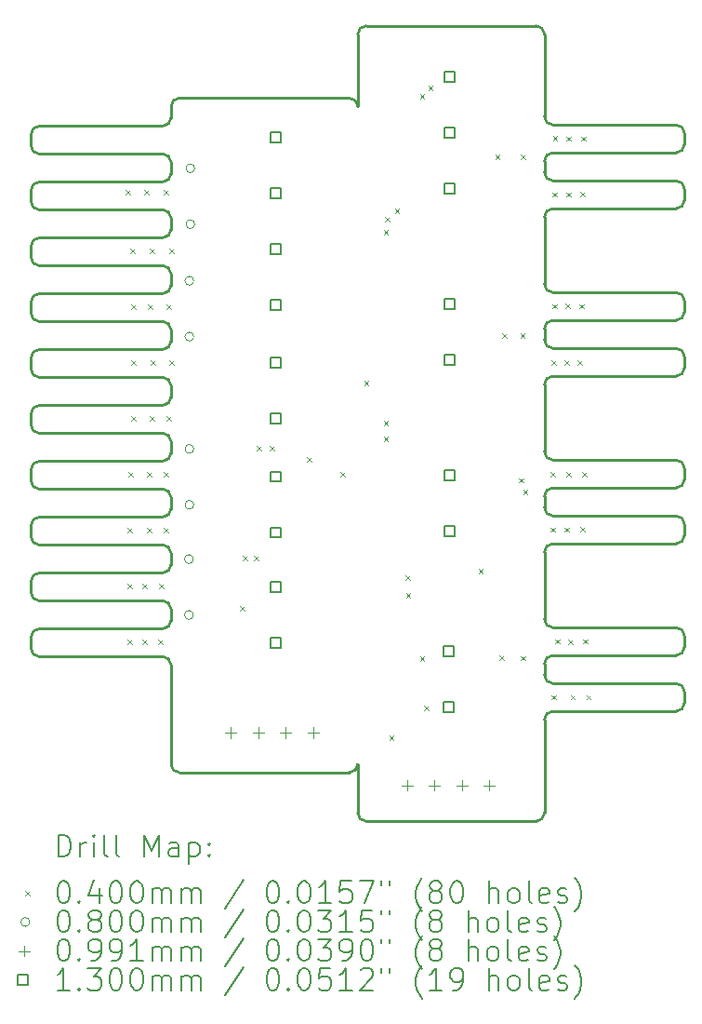
<source format=gbr>
%TF.GenerationSoftware,KiCad,Pcbnew,7.0.10*%
%TF.CreationDate,2024-07-22T08:22:24-04:00*%
%TF.ProjectId,12.X.1 - PLC Connector Combined,31322e58-2e31-4202-9d20-504c4320436f,rev?*%
%TF.SameCoordinates,Original*%
%TF.FileFunction,Drillmap*%
%TF.FilePolarity,Positive*%
%FSLAX45Y45*%
G04 Gerber Fmt 4.5, Leading zero omitted, Abs format (unit mm)*
G04 Created by KiCad (PCBNEW 7.0.10) date 2024-07-22 08:22:24*
%MOMM*%
%LPD*%
G01*
G04 APERTURE LIST*
%ADD10C,0.250000*%
%ADD11C,0.200000*%
%ADD12C,0.100000*%
%ADD13C,0.130000*%
G04 APERTURE END LIST*
D10*
X11611000Y-11142699D02*
X12736000Y-11142699D01*
X17485999Y-7651000D02*
G75*
G03*
X17411000Y-7576000I-74999J1D01*
G01*
X11536000Y-8781699D02*
G75*
G03*
X11611000Y-8856699I75000J0D01*
G01*
X11536000Y-9797699D02*
X11536000Y-9693699D01*
X11611000Y-11650699D02*
X12736000Y-11650699D01*
X11536000Y-12337699D02*
G75*
G03*
X11611000Y-12412699I75000J0D01*
G01*
X12886000Y-7332699D02*
G75*
G03*
X12811000Y-7407699I0J-75000D01*
G01*
X12811000Y-7511699D02*
X12811000Y-7407699D01*
X12736000Y-9872699D02*
X11611000Y-9872699D01*
X12811000Y-8931699D02*
G75*
G03*
X12736000Y-8856699I-75000J0D01*
G01*
X11611000Y-10634699D02*
G75*
G03*
X11536000Y-10709699I0J-75000D01*
G01*
X12736000Y-9110699D02*
G75*
G03*
X12811000Y-9035699I0J75000D01*
G01*
X17486000Y-12223000D02*
X17486000Y-12327000D01*
X16211000Y-8413000D02*
X16211000Y-9025000D01*
X12811000Y-11471699D02*
G75*
G03*
X12736000Y-11396699I-75000J0D01*
G01*
X11536000Y-11321699D02*
G75*
G03*
X11611000Y-11396699I75000J0D01*
G01*
X14511000Y-7407699D02*
G75*
G03*
X14436000Y-7332699I-75000J0D01*
G01*
X11611000Y-10126699D02*
X12736000Y-10126699D01*
X12736000Y-11650699D02*
G75*
G03*
X12811000Y-11575699I0J75000D01*
G01*
X17411000Y-7829999D02*
G75*
G03*
X17486000Y-7755000I0J75000D01*
G01*
X12811000Y-9947699D02*
G75*
G03*
X12736000Y-9872699I-75000J0D01*
G01*
X17411000Y-9353999D02*
G75*
G03*
X17486000Y-9279000I0J75000D01*
G01*
X16286000Y-10624000D02*
X17411000Y-10624000D01*
X17485999Y-11207000D02*
G75*
G03*
X17411000Y-11132000I-74999J1D01*
G01*
X17411000Y-12909999D02*
G75*
G03*
X17486000Y-12835000I0J75000D01*
G01*
X11536000Y-10305699D02*
G75*
G03*
X11611000Y-10380699I75000J0D01*
G01*
X14586000Y-6676000D02*
X16136000Y-6676000D01*
X12811000Y-10455699D02*
G75*
G03*
X12736000Y-10380699I-75000J0D01*
G01*
X17411000Y-12402000D02*
X16286000Y-12402000D01*
X11536000Y-7765699D02*
G75*
G03*
X11611000Y-7840699I75000J0D01*
G01*
X16211000Y-10953000D02*
X16211000Y-11057000D01*
X12736000Y-8348699D02*
X11611000Y-8348699D01*
X17411000Y-7830000D02*
X16286000Y-7830000D01*
X12736000Y-12158699D02*
G75*
G03*
X12811000Y-12083699I0J75000D01*
G01*
X12811000Y-8423699D02*
G75*
G03*
X12736000Y-8348699I-75000J0D01*
G01*
X11611000Y-7586699D02*
G75*
G03*
X11536000Y-7661699I0J-75000D01*
G01*
X16136000Y-13910000D02*
X14586000Y-13910000D01*
X16136000Y-13909999D02*
G75*
G03*
X16211000Y-13835000I0J75000D01*
G01*
X16286000Y-9608000D02*
X17411000Y-9608000D01*
X16286000Y-12909999D02*
G75*
G03*
X16211000Y-12985000I0J-75000D01*
G01*
X16286000Y-11132000D02*
X17411000Y-11132000D01*
X17486000Y-7651000D02*
X17486000Y-7755000D01*
X16211000Y-7905000D02*
X16211000Y-8009000D01*
X11611000Y-10126699D02*
G75*
G03*
X11536000Y-10201699I0J-75000D01*
G01*
X17486000Y-11207000D02*
X17486000Y-11311000D01*
X16286000Y-12656000D02*
X17411000Y-12656000D01*
X16211000Y-12477000D02*
X16211000Y-12581000D01*
X12811000Y-13391699D02*
G75*
G03*
X12886000Y-13466699I75000J0D01*
G01*
X11536000Y-9289699D02*
G75*
G03*
X11611000Y-9364699I75000J0D01*
G01*
X12811000Y-8019699D02*
X12811000Y-7915699D01*
X12736000Y-9618699D02*
G75*
G03*
X12811000Y-9543699I0J75000D01*
G01*
X12811000Y-10051699D02*
X12811000Y-9947699D01*
X16211000Y-12985000D02*
X16211000Y-13835000D01*
X12811000Y-11979699D02*
G75*
G03*
X12736000Y-11904699I-75000J0D01*
G01*
X14436000Y-13466699D02*
X12886000Y-13466699D01*
X12736000Y-8856699D02*
X11611000Y-8856699D01*
X17485999Y-12223000D02*
G75*
G03*
X17411000Y-12148000I-74999J1D01*
G01*
X11536000Y-12337699D02*
X11536000Y-12233699D01*
X16286000Y-9100000D02*
X17411000Y-9100000D01*
X11536000Y-8781699D02*
X11536000Y-8677699D01*
X16286000Y-7576000D02*
X17411000Y-7576000D01*
X11611000Y-8094699D02*
X12736000Y-8094699D01*
X11536000Y-10813699D02*
X11536000Y-10709699D01*
X16286000Y-10877999D02*
G75*
G03*
X16211000Y-10953000I0J-75000D01*
G01*
X12736000Y-10888699D02*
X11611000Y-10888699D01*
X17411000Y-10878000D02*
X16286000Y-10878000D01*
X11611000Y-12158699D02*
G75*
G03*
X11536000Y-12233699I0J-75000D01*
G01*
X12811000Y-9439699D02*
G75*
G03*
X12736000Y-9364699I-75000J0D01*
G01*
X14511000Y-7407699D02*
X14511000Y-6751000D01*
X16286000Y-7829999D02*
G75*
G03*
X16211000Y-7905000I0J-75000D01*
G01*
X11611000Y-7586699D02*
X12736000Y-7586699D01*
X17411000Y-9861999D02*
G75*
G03*
X17486000Y-9787000I0J75000D01*
G01*
X14586000Y-6675999D02*
G75*
G03*
X14511000Y-6751000I0J-75000D01*
G01*
X17486000Y-9175000D02*
X17486000Y-9279000D01*
X17485999Y-9683000D02*
G75*
G03*
X17411000Y-9608000I-74999J1D01*
G01*
X11536000Y-9289699D02*
X11536000Y-9185699D01*
X12736000Y-8602699D02*
G75*
G03*
X12811000Y-8527699I0J75000D01*
G01*
X17486000Y-12731000D02*
X17486000Y-12835000D01*
X16286000Y-12148000D02*
X17411000Y-12148000D01*
X16286000Y-9861999D02*
G75*
G03*
X16211000Y-9937000I0J-75000D01*
G01*
X12811000Y-12487699D02*
G75*
G03*
X12736000Y-12412699I-75000J0D01*
G01*
X12811000Y-9543699D02*
X12811000Y-9439699D01*
X11611000Y-10634699D02*
X12736000Y-10634699D01*
X17485999Y-10699000D02*
G75*
G03*
X17411000Y-10624000I-74999J1D01*
G01*
X12811000Y-10963699D02*
G75*
G03*
X12736000Y-10888699I-75000J0D01*
G01*
X11536000Y-7765699D02*
X11536000Y-7661699D01*
X12811000Y-11067699D02*
X12811000Y-10963699D01*
X11536000Y-11829699D02*
G75*
G03*
X11611000Y-11904699I75000J0D01*
G01*
X17485999Y-9175000D02*
G75*
G03*
X17411000Y-9100000I-74999J1D01*
G01*
X16210999Y-10549000D02*
G75*
G03*
X16286000Y-10624000I75001J1D01*
G01*
X16210999Y-6751000D02*
G75*
G03*
X16136000Y-6676000I-74999J1D01*
G01*
X17411000Y-12910000D02*
X16286000Y-12910000D01*
X17411000Y-8337999D02*
G75*
G03*
X17486000Y-8263000I0J75000D01*
G01*
X17411000Y-11386000D02*
X16286000Y-11386000D01*
X12736000Y-11396699D02*
X11611000Y-11396699D01*
X16210999Y-9533000D02*
G75*
G03*
X16286000Y-9608000I75001J1D01*
G01*
X14510999Y-13835000D02*
G75*
G03*
X14586000Y-13910000I75001J1D01*
G01*
X17485999Y-12731000D02*
G75*
G03*
X17411000Y-12656000I-74999J1D01*
G01*
X14511000Y-13835000D02*
X14511000Y-13391699D01*
X16286000Y-8337999D02*
G75*
G03*
X16211000Y-8413000I0J-75000D01*
G01*
X16286000Y-11385999D02*
G75*
G03*
X16211000Y-11461000I0J-75000D01*
G01*
X11536000Y-11321699D02*
X11536000Y-11217699D01*
X12736000Y-9364699D02*
X11611000Y-9364699D01*
X12811000Y-12083699D02*
X12811000Y-11979699D01*
X12811000Y-7915699D02*
G75*
G03*
X12736000Y-7840699I-75000J0D01*
G01*
X12886000Y-7332699D02*
X14436000Y-7332699D01*
X11611000Y-11142699D02*
G75*
G03*
X11536000Y-11217699I0J-75000D01*
G01*
X12736000Y-10380699D02*
X11611000Y-10380699D01*
X16211000Y-9429000D02*
X16211000Y-9533000D01*
X11611000Y-9110699D02*
X12736000Y-9110699D01*
X11611000Y-8094699D02*
G75*
G03*
X11536000Y-8169699I0J-75000D01*
G01*
X16286000Y-9353999D02*
G75*
G03*
X16211000Y-9429000I0J-75000D01*
G01*
X12811000Y-9035699D02*
X12811000Y-8931699D01*
X17411000Y-8338000D02*
X16286000Y-8338000D01*
X12811000Y-13391699D02*
X12811000Y-12487699D01*
X11536000Y-8273699D02*
G75*
G03*
X11611000Y-8348699I75000J0D01*
G01*
X12736000Y-10634699D02*
G75*
G03*
X12811000Y-10559699I0J75000D01*
G01*
X12811000Y-11575699D02*
X12811000Y-11471699D01*
X16211000Y-11461000D02*
X16211000Y-12073000D01*
X11611000Y-9618699D02*
G75*
G03*
X11536000Y-9693699I0J-75000D01*
G01*
X11536000Y-9797699D02*
G75*
G03*
X11611000Y-9872699I75000J0D01*
G01*
X12736000Y-7586699D02*
G75*
G03*
X12811000Y-7511699I0J75000D01*
G01*
X17411000Y-10877999D02*
G75*
G03*
X17486000Y-10803000I0J75000D01*
G01*
X16210999Y-11057000D02*
G75*
G03*
X16286000Y-11132000I75001J1D01*
G01*
X12736000Y-11904699D02*
X11611000Y-11904699D01*
X17411000Y-9354000D02*
X16286000Y-9354000D01*
X12811000Y-8527699D02*
X12811000Y-8423699D01*
X14436000Y-13466699D02*
G75*
G03*
X14511000Y-13391699I0J75000D01*
G01*
X17485999Y-8159000D02*
G75*
G03*
X17411000Y-8084000I-74999J1D01*
G01*
X11611000Y-11650699D02*
G75*
G03*
X11536000Y-11725699I0J-75000D01*
G01*
X16210999Y-9025000D02*
G75*
G03*
X16286000Y-9100000I75001J1D01*
G01*
X16211000Y-6751000D02*
X16211000Y-7501000D01*
X17411000Y-9862000D02*
X16286000Y-9862000D01*
X17486000Y-9683000D02*
X17486000Y-9787000D01*
X11611000Y-8602699D02*
X12736000Y-8602699D01*
X12736000Y-11142699D02*
G75*
G03*
X12811000Y-11067699I0J75000D01*
G01*
X12811000Y-10559699D02*
X12811000Y-10455699D01*
X12736000Y-12412699D02*
X11611000Y-12412699D01*
X11536000Y-11829699D02*
X11536000Y-11725699D01*
X11536000Y-10305699D02*
X11536000Y-10201699D01*
X11611000Y-8602699D02*
G75*
G03*
X11536000Y-8677699I0J-75000D01*
G01*
X16211000Y-9937000D02*
X16211000Y-10549000D01*
X16286000Y-8084000D02*
X17411000Y-8084000D01*
X11611000Y-9110699D02*
G75*
G03*
X11536000Y-9185699I0J-75000D01*
G01*
X17486000Y-8159000D02*
X17486000Y-8263000D01*
X17411000Y-11385999D02*
G75*
G03*
X17486000Y-11311000I0J75000D01*
G01*
X12736000Y-7840699D02*
X11611000Y-7840699D01*
X16286000Y-12401999D02*
G75*
G03*
X16211000Y-12477000I0J-75000D01*
G01*
X11611000Y-12158699D02*
X12736000Y-12158699D01*
X12736000Y-8094699D02*
G75*
G03*
X12811000Y-8019699I0J75000D01*
G01*
X11536000Y-10813699D02*
G75*
G03*
X11611000Y-10888699I75000J0D01*
G01*
X11536000Y-8273699D02*
X11536000Y-8169699D01*
X16210999Y-12073000D02*
G75*
G03*
X16286000Y-12148000I75001J1D01*
G01*
X11611000Y-9618699D02*
X12736000Y-9618699D01*
X16210999Y-7501000D02*
G75*
G03*
X16286000Y-7576000I75001J1D01*
G01*
X16210999Y-8009000D02*
G75*
G03*
X16286000Y-8084000I75001J1D01*
G01*
X12736000Y-10126699D02*
G75*
G03*
X12811000Y-10051699I0J75000D01*
G01*
X16210999Y-12581000D02*
G75*
G03*
X16286000Y-12656000I75001J1D01*
G01*
X17486000Y-10699000D02*
X17486000Y-10803000D01*
X17411000Y-12401999D02*
G75*
G03*
X17486000Y-12327000I0J75000D01*
G01*
D11*
D12*
X12400425Y-8172022D02*
X12440425Y-8212022D01*
X12440425Y-8172022D02*
X12400425Y-8212022D01*
X12413125Y-11245422D02*
X12453125Y-11285422D01*
X12453125Y-11245422D02*
X12413125Y-11285422D01*
X12413125Y-11753422D02*
X12453125Y-11793422D01*
X12453125Y-11753422D02*
X12413125Y-11793422D01*
X12413125Y-12261422D02*
X12453125Y-12301422D01*
X12453125Y-12261422D02*
X12413125Y-12301422D01*
X12425825Y-10737422D02*
X12465825Y-10777422D01*
X12465825Y-10737422D02*
X12425825Y-10777422D01*
X12438525Y-8705422D02*
X12478525Y-8745422D01*
X12478525Y-8705422D02*
X12438525Y-8745422D01*
X12451225Y-9213422D02*
X12491225Y-9253422D01*
X12491225Y-9213422D02*
X12451225Y-9253422D01*
X12451225Y-9721422D02*
X12491225Y-9761422D01*
X12491225Y-9721422D02*
X12451225Y-9761422D01*
X12451225Y-10229422D02*
X12491225Y-10269422D01*
X12491225Y-10229422D02*
X12451225Y-10269422D01*
X12552825Y-11753422D02*
X12592825Y-11793422D01*
X12592825Y-11753422D02*
X12552825Y-11793422D01*
X12552825Y-12261422D02*
X12592825Y-12301422D01*
X12592825Y-12261422D02*
X12552825Y-12301422D01*
X12565525Y-8172022D02*
X12605525Y-8212022D01*
X12605525Y-8172022D02*
X12565525Y-8212022D01*
X12590925Y-10737422D02*
X12630925Y-10777422D01*
X12630925Y-10737422D02*
X12590925Y-10777422D01*
X12590925Y-11245422D02*
X12630925Y-11285422D01*
X12630925Y-11245422D02*
X12590925Y-11285422D01*
X12603625Y-9213422D02*
X12643625Y-9253422D01*
X12643625Y-9213422D02*
X12603625Y-9253422D01*
X12616325Y-8705422D02*
X12656325Y-8745422D01*
X12656325Y-8705422D02*
X12616325Y-8745422D01*
X12616325Y-10229422D02*
X12656325Y-10269422D01*
X12656325Y-10229422D02*
X12616325Y-10269422D01*
X12629025Y-9721422D02*
X12669025Y-9761422D01*
X12669025Y-9721422D02*
X12629025Y-9761422D01*
X12692525Y-12261422D02*
X12732525Y-12301422D01*
X12732525Y-12261422D02*
X12692525Y-12301422D01*
X12705225Y-11753422D02*
X12745225Y-11793422D01*
X12745225Y-11753422D02*
X12705225Y-11793422D01*
X12743325Y-8172022D02*
X12783325Y-8212022D01*
X12783325Y-8172022D02*
X12743325Y-8212022D01*
X12743325Y-10737422D02*
X12783325Y-10777422D01*
X12783325Y-10737422D02*
X12743325Y-10777422D01*
X12743325Y-11245422D02*
X12783325Y-11285422D01*
X12783325Y-11245422D02*
X12743325Y-11285422D01*
X12768725Y-9213422D02*
X12808725Y-9253422D01*
X12808725Y-9213422D02*
X12768725Y-9253422D01*
X12768725Y-10229422D02*
X12808725Y-10269422D01*
X12808725Y-10229422D02*
X12768725Y-10269422D01*
X12794125Y-8705422D02*
X12834125Y-8745422D01*
X12834125Y-8705422D02*
X12794125Y-8745422D01*
X12794125Y-9721422D02*
X12834125Y-9761422D01*
X12834125Y-9721422D02*
X12794125Y-9761422D01*
X13441815Y-11956622D02*
X13481815Y-11996622D01*
X13481815Y-11956622D02*
X13441815Y-11996622D01*
X13467225Y-11499422D02*
X13507225Y-11539422D01*
X13507225Y-11499422D02*
X13467225Y-11539422D01*
X13568825Y-11499422D02*
X13608825Y-11539422D01*
X13608825Y-11499422D02*
X13568825Y-11539422D01*
X13594225Y-10496122D02*
X13634225Y-10536122D01*
X13634225Y-10496122D02*
X13594225Y-10536122D01*
X13708525Y-10496122D02*
X13748525Y-10536122D01*
X13748525Y-10496122D02*
X13708525Y-10536122D01*
X14051425Y-10597722D02*
X14091425Y-10637722D01*
X14091425Y-10597722D02*
X14051425Y-10637722D01*
X14356225Y-10737422D02*
X14396225Y-10777422D01*
X14396225Y-10737422D02*
X14356225Y-10777422D01*
X14570325Y-9903200D02*
X14610325Y-9943200D01*
X14610325Y-9903200D02*
X14570325Y-9943200D01*
X14748125Y-8531600D02*
X14788125Y-8571600D01*
X14788125Y-8531600D02*
X14748125Y-8571600D01*
X14748125Y-10271500D02*
X14788125Y-10311500D01*
X14788125Y-10271500D02*
X14748125Y-10311500D01*
X14748125Y-10411200D02*
X14788125Y-10451200D01*
X14788125Y-10411200D02*
X14748125Y-10451200D01*
X14760825Y-8417300D02*
X14800825Y-8457300D01*
X14800825Y-8417300D02*
X14760825Y-8457300D01*
X14798925Y-13129000D02*
X14838925Y-13169000D01*
X14838925Y-13129000D02*
X14798925Y-13169000D01*
X14849725Y-8341100D02*
X14889725Y-8381100D01*
X14889725Y-8341100D02*
X14849725Y-8381100D01*
X14944726Y-11675100D02*
X14984726Y-11715100D01*
X14984726Y-11675100D02*
X14944726Y-11715100D01*
X14950825Y-11833600D02*
X14990825Y-11873600D01*
X14990825Y-11833600D02*
X14950825Y-11873600D01*
X15078325Y-7299700D02*
X15118325Y-7339700D01*
X15118325Y-7299700D02*
X15078325Y-7339700D01*
X15078325Y-12413300D02*
X15118325Y-12453300D01*
X15118325Y-12413300D02*
X15078325Y-12453300D01*
X15115805Y-12861680D02*
X15155805Y-12901680D01*
X15155805Y-12861680D02*
X15115805Y-12901680D01*
X15154525Y-7223500D02*
X15194525Y-7263500D01*
X15194525Y-7223500D02*
X15154525Y-7263500D01*
X15611925Y-11617500D02*
X15651925Y-11657500D01*
X15651925Y-11617500D02*
X15611925Y-11657500D01*
X15764125Y-7845800D02*
X15804125Y-7885800D01*
X15804125Y-7845800D02*
X15764125Y-7885800D01*
X15802225Y-12405100D02*
X15842225Y-12445100D01*
X15842225Y-12405100D02*
X15802225Y-12445100D01*
X15827625Y-9471400D02*
X15867625Y-9511400D01*
X15867625Y-9471400D02*
X15827625Y-9511400D01*
X15976425Y-10789100D02*
X16016425Y-10829100D01*
X16016425Y-10789100D02*
X15976425Y-10829100D01*
X15992725Y-9471400D02*
X16032725Y-9511400D01*
X16032725Y-9471400D02*
X15992725Y-9511400D01*
X15997425Y-7849100D02*
X16037425Y-7889100D01*
X16037425Y-7849100D02*
X15997425Y-7889100D01*
X15997425Y-12406100D02*
X16037425Y-12446100D01*
X16037425Y-12406100D02*
X15997425Y-12446100D01*
X16018124Y-10895050D02*
X16058124Y-10935050D01*
X16058124Y-10895050D02*
X16018124Y-10935050D01*
X16266425Y-10737100D02*
X16306425Y-10777100D01*
X16306425Y-10737100D02*
X16266425Y-10777100D01*
X16266425Y-11239109D02*
X16306425Y-11279109D01*
X16306425Y-11239109D02*
X16266425Y-11279109D01*
X16276425Y-9717100D02*
X16316425Y-9757100D01*
X16316425Y-9717100D02*
X16276425Y-9757100D01*
X16277803Y-12762477D02*
X16317803Y-12802477D01*
X16317803Y-12762477D02*
X16277803Y-12802477D01*
X16286425Y-8189184D02*
X16326425Y-8229184D01*
X16326425Y-8189184D02*
X16286425Y-8229184D01*
X16286425Y-9207100D02*
X16326425Y-9247100D01*
X16326425Y-9207100D02*
X16286425Y-9247100D01*
X16289425Y-7678100D02*
X16329425Y-7718100D01*
X16329425Y-7678100D02*
X16289425Y-7718100D01*
X16306425Y-12254093D02*
X16346425Y-12294093D01*
X16346425Y-12254093D02*
X16306425Y-12294093D01*
X16392425Y-9717100D02*
X16432425Y-9757100D01*
X16432425Y-9717100D02*
X16392425Y-9757100D01*
X16396425Y-11237100D02*
X16436425Y-11277100D01*
X16436425Y-11237100D02*
X16396425Y-11277100D01*
X16403425Y-9204100D02*
X16443425Y-9244100D01*
X16443425Y-9204100D02*
X16403425Y-9244100D01*
X16408425Y-7681100D02*
X16448425Y-7721100D01*
X16448425Y-7681100D02*
X16408425Y-7721100D01*
X16408425Y-8190100D02*
X16448425Y-8230100D01*
X16448425Y-8190100D02*
X16408425Y-8230100D01*
X16410425Y-10737100D02*
X16450425Y-10777100D01*
X16450425Y-10737100D02*
X16410425Y-10777100D01*
X16429783Y-12255905D02*
X16469783Y-12295905D01*
X16469783Y-12255905D02*
X16429783Y-12295905D01*
X16450047Y-12762478D02*
X16490047Y-12802478D01*
X16490047Y-12762478D02*
X16450047Y-12802478D01*
X16510425Y-9717100D02*
X16550425Y-9757100D01*
X16550425Y-9717100D02*
X16510425Y-9757100D01*
X16527425Y-9206100D02*
X16567425Y-9246100D01*
X16567425Y-9206100D02*
X16527425Y-9246100D01*
X16538425Y-11234100D02*
X16578425Y-11274100D01*
X16578425Y-11234100D02*
X16538425Y-11274100D01*
X16539425Y-8188100D02*
X16579425Y-8228100D01*
X16579425Y-8188100D02*
X16539425Y-8228100D01*
X16549425Y-7681100D02*
X16589425Y-7721100D01*
X16589425Y-7681100D02*
X16549425Y-7721100D01*
X16553425Y-10735100D02*
X16593425Y-10775100D01*
X16593425Y-10735100D02*
X16553425Y-10775100D01*
X16563255Y-12254257D02*
X16603255Y-12294257D01*
X16603255Y-12254257D02*
X16563255Y-12294257D01*
X16593047Y-12762478D02*
X16633047Y-12802478D01*
X16633047Y-12762478D02*
X16593047Y-12802478D01*
X13013825Y-11525222D02*
G75*
G03*
X12933825Y-11525222I-40000J0D01*
G01*
X12933825Y-11525222D02*
G75*
G03*
X13013825Y-11525222I40000J0D01*
G01*
X13013825Y-12033222D02*
G75*
G03*
X12933825Y-12033222I-40000J0D01*
G01*
X12933825Y-12033222D02*
G75*
G03*
X13013825Y-12033222I40000J0D01*
G01*
X13017825Y-8994222D02*
G75*
G03*
X12937825Y-8994222I-40000J0D01*
G01*
X12937825Y-8994222D02*
G75*
G03*
X13017825Y-8994222I40000J0D01*
G01*
X13017825Y-9502222D02*
G75*
G03*
X12937825Y-9502222I-40000J0D01*
G01*
X12937825Y-9502222D02*
G75*
G03*
X13017825Y-9502222I40000J0D01*
G01*
X13017825Y-10523722D02*
G75*
G03*
X12937825Y-10523722I-40000J0D01*
G01*
X12937825Y-10523722D02*
G75*
G03*
X13017825Y-10523722I40000J0D01*
G01*
X13017825Y-11031722D02*
G75*
G03*
X12937825Y-11031722I-40000J0D01*
G01*
X12937825Y-11031722D02*
G75*
G03*
X13017825Y-11031722I40000J0D01*
G01*
X13026825Y-7972222D02*
G75*
G03*
X12946825Y-7972222I-40000J0D01*
G01*
X12946825Y-7972222D02*
G75*
G03*
X13026825Y-7972222I40000J0D01*
G01*
X13026825Y-8480222D02*
G75*
G03*
X12946825Y-8480222I-40000J0D01*
G01*
X12946825Y-8480222D02*
G75*
G03*
X13026825Y-8480222I40000J0D01*
G01*
X13354825Y-13055192D02*
X13354825Y-13154252D01*
X13305295Y-13104722D02*
X13404355Y-13104722D01*
X13604825Y-13055192D02*
X13604825Y-13154252D01*
X13555295Y-13104722D02*
X13654355Y-13104722D01*
X13854825Y-13055192D02*
X13854825Y-13154252D01*
X13805295Y-13104722D02*
X13904355Y-13104722D01*
X14104825Y-13055192D02*
X14104825Y-13154252D01*
X14055295Y-13104722D02*
X14154355Y-13104722D01*
X14959505Y-13532930D02*
X14959505Y-13631990D01*
X14909975Y-13582460D02*
X15009035Y-13582460D01*
X15209505Y-13532930D02*
X15209505Y-13631990D01*
X15159975Y-13582460D02*
X15259035Y-13582460D01*
X15459505Y-13532930D02*
X15459505Y-13631990D01*
X15409975Y-13582460D02*
X15509035Y-13582460D01*
X15709505Y-13532930D02*
X15709505Y-13631990D01*
X15659975Y-13582460D02*
X15759035Y-13582460D01*
D13*
X13806787Y-7732685D02*
X13806787Y-7640760D01*
X13714863Y-7640760D01*
X13714863Y-7732685D01*
X13806787Y-7732685D01*
X13806787Y-8240685D02*
X13806787Y-8148760D01*
X13714863Y-8148760D01*
X13714863Y-8240685D01*
X13806787Y-8240685D01*
X13808787Y-8753685D02*
X13808787Y-8661760D01*
X13716863Y-8661760D01*
X13716863Y-8753685D01*
X13808787Y-8753685D01*
X13808787Y-9261685D02*
X13808787Y-9169760D01*
X13716863Y-9169760D01*
X13716863Y-9261685D01*
X13808787Y-9261685D01*
X13808787Y-10821685D02*
X13808787Y-10729760D01*
X13716863Y-10729760D01*
X13716863Y-10821685D01*
X13808787Y-10821685D01*
X13808787Y-11329685D02*
X13808787Y-11237760D01*
X13716863Y-11237760D01*
X13716863Y-11329685D01*
X13808787Y-11329685D01*
X13811787Y-9786185D02*
X13811787Y-9694260D01*
X13719863Y-9694260D01*
X13719863Y-9786185D01*
X13811787Y-9786185D01*
X13811787Y-10294185D02*
X13811787Y-10202260D01*
X13719863Y-10202260D01*
X13719863Y-10294185D01*
X13811787Y-10294185D01*
X13811787Y-11823685D02*
X13811787Y-11731760D01*
X13719863Y-11731760D01*
X13719863Y-11823685D01*
X13811787Y-11823685D01*
X13811787Y-12331685D02*
X13811787Y-12239760D01*
X13719863Y-12239760D01*
X13719863Y-12331685D01*
X13811787Y-12331685D01*
X15387787Y-12405962D02*
X15387787Y-12314038D01*
X15295863Y-12314038D01*
X15295863Y-12405962D01*
X15387787Y-12405962D01*
X15387787Y-12913962D02*
X15387787Y-12822038D01*
X15295863Y-12822038D01*
X15295863Y-12913962D01*
X15387787Y-12913962D01*
X15390787Y-10811462D02*
X15390787Y-10719538D01*
X15298863Y-10719538D01*
X15298863Y-10811462D01*
X15390787Y-10811462D01*
X15390787Y-11319462D02*
X15390787Y-11227538D01*
X15298863Y-11227538D01*
X15298863Y-11319462D01*
X15390787Y-11319462D01*
X15392787Y-7186462D02*
X15392787Y-7094538D01*
X15300863Y-7094538D01*
X15300863Y-7186462D01*
X15392787Y-7186462D01*
X15392787Y-7694462D02*
X15392787Y-7602538D01*
X15300863Y-7602538D01*
X15300863Y-7694462D01*
X15392787Y-7694462D01*
X15392787Y-8202462D02*
X15392787Y-8110538D01*
X15300863Y-8110538D01*
X15300863Y-8202462D01*
X15392787Y-8202462D01*
X15392787Y-9249962D02*
X15392787Y-9158038D01*
X15300863Y-9158038D01*
X15300863Y-9249962D01*
X15392787Y-9249962D01*
X15392787Y-9757962D02*
X15392787Y-9666038D01*
X15300863Y-9666038D01*
X15300863Y-9757962D01*
X15392787Y-9757962D01*
D11*
X11784277Y-14233984D02*
X11784277Y-14033984D01*
X11784277Y-14033984D02*
X11831896Y-14033984D01*
X11831896Y-14033984D02*
X11860467Y-14043508D01*
X11860467Y-14043508D02*
X11879515Y-14062555D01*
X11879515Y-14062555D02*
X11889039Y-14081603D01*
X11889039Y-14081603D02*
X11898562Y-14119698D01*
X11898562Y-14119698D02*
X11898562Y-14148269D01*
X11898562Y-14148269D02*
X11889039Y-14186365D01*
X11889039Y-14186365D02*
X11879515Y-14205412D01*
X11879515Y-14205412D02*
X11860467Y-14224460D01*
X11860467Y-14224460D02*
X11831896Y-14233984D01*
X11831896Y-14233984D02*
X11784277Y-14233984D01*
X11984277Y-14233984D02*
X11984277Y-14100650D01*
X11984277Y-14138746D02*
X11993801Y-14119698D01*
X11993801Y-14119698D02*
X12003324Y-14110174D01*
X12003324Y-14110174D02*
X12022372Y-14100650D01*
X12022372Y-14100650D02*
X12041420Y-14100650D01*
X12108086Y-14233984D02*
X12108086Y-14100650D01*
X12108086Y-14033984D02*
X12098562Y-14043508D01*
X12098562Y-14043508D02*
X12108086Y-14053031D01*
X12108086Y-14053031D02*
X12117610Y-14043508D01*
X12117610Y-14043508D02*
X12108086Y-14033984D01*
X12108086Y-14033984D02*
X12108086Y-14053031D01*
X12231896Y-14233984D02*
X12212848Y-14224460D01*
X12212848Y-14224460D02*
X12203324Y-14205412D01*
X12203324Y-14205412D02*
X12203324Y-14033984D01*
X12336658Y-14233984D02*
X12317610Y-14224460D01*
X12317610Y-14224460D02*
X12308086Y-14205412D01*
X12308086Y-14205412D02*
X12308086Y-14033984D01*
X12565229Y-14233984D02*
X12565229Y-14033984D01*
X12565229Y-14033984D02*
X12631896Y-14176841D01*
X12631896Y-14176841D02*
X12698562Y-14033984D01*
X12698562Y-14033984D02*
X12698562Y-14233984D01*
X12879515Y-14233984D02*
X12879515Y-14129222D01*
X12879515Y-14129222D02*
X12869991Y-14110174D01*
X12869991Y-14110174D02*
X12850943Y-14100650D01*
X12850943Y-14100650D02*
X12812848Y-14100650D01*
X12812848Y-14100650D02*
X12793801Y-14110174D01*
X12879515Y-14224460D02*
X12860467Y-14233984D01*
X12860467Y-14233984D02*
X12812848Y-14233984D01*
X12812848Y-14233984D02*
X12793801Y-14224460D01*
X12793801Y-14224460D02*
X12784277Y-14205412D01*
X12784277Y-14205412D02*
X12784277Y-14186365D01*
X12784277Y-14186365D02*
X12793801Y-14167317D01*
X12793801Y-14167317D02*
X12812848Y-14157793D01*
X12812848Y-14157793D02*
X12860467Y-14157793D01*
X12860467Y-14157793D02*
X12879515Y-14148269D01*
X12974753Y-14100650D02*
X12974753Y-14300650D01*
X12974753Y-14110174D02*
X12993801Y-14100650D01*
X12993801Y-14100650D02*
X13031896Y-14100650D01*
X13031896Y-14100650D02*
X13050943Y-14110174D01*
X13050943Y-14110174D02*
X13060467Y-14119698D01*
X13060467Y-14119698D02*
X13069991Y-14138746D01*
X13069991Y-14138746D02*
X13069991Y-14195888D01*
X13069991Y-14195888D02*
X13060467Y-14214936D01*
X13060467Y-14214936D02*
X13050943Y-14224460D01*
X13050943Y-14224460D02*
X13031896Y-14233984D01*
X13031896Y-14233984D02*
X12993801Y-14233984D01*
X12993801Y-14233984D02*
X12974753Y-14224460D01*
X13155705Y-14214936D02*
X13165229Y-14224460D01*
X13165229Y-14224460D02*
X13155705Y-14233984D01*
X13155705Y-14233984D02*
X13146182Y-14224460D01*
X13146182Y-14224460D02*
X13155705Y-14214936D01*
X13155705Y-14214936D02*
X13155705Y-14233984D01*
X13155705Y-14110174D02*
X13165229Y-14119698D01*
X13165229Y-14119698D02*
X13155705Y-14129222D01*
X13155705Y-14129222D02*
X13146182Y-14119698D01*
X13146182Y-14119698D02*
X13155705Y-14110174D01*
X13155705Y-14110174D02*
X13155705Y-14129222D01*
D12*
X11483500Y-14542500D02*
X11523500Y-14582500D01*
X11523500Y-14542500D02*
X11483500Y-14582500D01*
D11*
X11822372Y-14453984D02*
X11841420Y-14453984D01*
X11841420Y-14453984D02*
X11860467Y-14463508D01*
X11860467Y-14463508D02*
X11869991Y-14473031D01*
X11869991Y-14473031D02*
X11879515Y-14492079D01*
X11879515Y-14492079D02*
X11889039Y-14530174D01*
X11889039Y-14530174D02*
X11889039Y-14577793D01*
X11889039Y-14577793D02*
X11879515Y-14615888D01*
X11879515Y-14615888D02*
X11869991Y-14634936D01*
X11869991Y-14634936D02*
X11860467Y-14644460D01*
X11860467Y-14644460D02*
X11841420Y-14653984D01*
X11841420Y-14653984D02*
X11822372Y-14653984D01*
X11822372Y-14653984D02*
X11803324Y-14644460D01*
X11803324Y-14644460D02*
X11793801Y-14634936D01*
X11793801Y-14634936D02*
X11784277Y-14615888D01*
X11784277Y-14615888D02*
X11774753Y-14577793D01*
X11774753Y-14577793D02*
X11774753Y-14530174D01*
X11774753Y-14530174D02*
X11784277Y-14492079D01*
X11784277Y-14492079D02*
X11793801Y-14473031D01*
X11793801Y-14473031D02*
X11803324Y-14463508D01*
X11803324Y-14463508D02*
X11822372Y-14453984D01*
X11974753Y-14634936D02*
X11984277Y-14644460D01*
X11984277Y-14644460D02*
X11974753Y-14653984D01*
X11974753Y-14653984D02*
X11965229Y-14644460D01*
X11965229Y-14644460D02*
X11974753Y-14634936D01*
X11974753Y-14634936D02*
X11974753Y-14653984D01*
X12155705Y-14520650D02*
X12155705Y-14653984D01*
X12108086Y-14444460D02*
X12060467Y-14587317D01*
X12060467Y-14587317D02*
X12184277Y-14587317D01*
X12298562Y-14453984D02*
X12317610Y-14453984D01*
X12317610Y-14453984D02*
X12336658Y-14463508D01*
X12336658Y-14463508D02*
X12346182Y-14473031D01*
X12346182Y-14473031D02*
X12355705Y-14492079D01*
X12355705Y-14492079D02*
X12365229Y-14530174D01*
X12365229Y-14530174D02*
X12365229Y-14577793D01*
X12365229Y-14577793D02*
X12355705Y-14615888D01*
X12355705Y-14615888D02*
X12346182Y-14634936D01*
X12346182Y-14634936D02*
X12336658Y-14644460D01*
X12336658Y-14644460D02*
X12317610Y-14653984D01*
X12317610Y-14653984D02*
X12298562Y-14653984D01*
X12298562Y-14653984D02*
X12279515Y-14644460D01*
X12279515Y-14644460D02*
X12269991Y-14634936D01*
X12269991Y-14634936D02*
X12260467Y-14615888D01*
X12260467Y-14615888D02*
X12250943Y-14577793D01*
X12250943Y-14577793D02*
X12250943Y-14530174D01*
X12250943Y-14530174D02*
X12260467Y-14492079D01*
X12260467Y-14492079D02*
X12269991Y-14473031D01*
X12269991Y-14473031D02*
X12279515Y-14463508D01*
X12279515Y-14463508D02*
X12298562Y-14453984D01*
X12489039Y-14453984D02*
X12508086Y-14453984D01*
X12508086Y-14453984D02*
X12527134Y-14463508D01*
X12527134Y-14463508D02*
X12536658Y-14473031D01*
X12536658Y-14473031D02*
X12546182Y-14492079D01*
X12546182Y-14492079D02*
X12555705Y-14530174D01*
X12555705Y-14530174D02*
X12555705Y-14577793D01*
X12555705Y-14577793D02*
X12546182Y-14615888D01*
X12546182Y-14615888D02*
X12536658Y-14634936D01*
X12536658Y-14634936D02*
X12527134Y-14644460D01*
X12527134Y-14644460D02*
X12508086Y-14653984D01*
X12508086Y-14653984D02*
X12489039Y-14653984D01*
X12489039Y-14653984D02*
X12469991Y-14644460D01*
X12469991Y-14644460D02*
X12460467Y-14634936D01*
X12460467Y-14634936D02*
X12450943Y-14615888D01*
X12450943Y-14615888D02*
X12441420Y-14577793D01*
X12441420Y-14577793D02*
X12441420Y-14530174D01*
X12441420Y-14530174D02*
X12450943Y-14492079D01*
X12450943Y-14492079D02*
X12460467Y-14473031D01*
X12460467Y-14473031D02*
X12469991Y-14463508D01*
X12469991Y-14463508D02*
X12489039Y-14453984D01*
X12641420Y-14653984D02*
X12641420Y-14520650D01*
X12641420Y-14539698D02*
X12650943Y-14530174D01*
X12650943Y-14530174D02*
X12669991Y-14520650D01*
X12669991Y-14520650D02*
X12698563Y-14520650D01*
X12698563Y-14520650D02*
X12717610Y-14530174D01*
X12717610Y-14530174D02*
X12727134Y-14549222D01*
X12727134Y-14549222D02*
X12727134Y-14653984D01*
X12727134Y-14549222D02*
X12736658Y-14530174D01*
X12736658Y-14530174D02*
X12755705Y-14520650D01*
X12755705Y-14520650D02*
X12784277Y-14520650D01*
X12784277Y-14520650D02*
X12803324Y-14530174D01*
X12803324Y-14530174D02*
X12812848Y-14549222D01*
X12812848Y-14549222D02*
X12812848Y-14653984D01*
X12908086Y-14653984D02*
X12908086Y-14520650D01*
X12908086Y-14539698D02*
X12917610Y-14530174D01*
X12917610Y-14530174D02*
X12936658Y-14520650D01*
X12936658Y-14520650D02*
X12965229Y-14520650D01*
X12965229Y-14520650D02*
X12984277Y-14530174D01*
X12984277Y-14530174D02*
X12993801Y-14549222D01*
X12993801Y-14549222D02*
X12993801Y-14653984D01*
X12993801Y-14549222D02*
X13003324Y-14530174D01*
X13003324Y-14530174D02*
X13022372Y-14520650D01*
X13022372Y-14520650D02*
X13050943Y-14520650D01*
X13050943Y-14520650D02*
X13069991Y-14530174D01*
X13069991Y-14530174D02*
X13079515Y-14549222D01*
X13079515Y-14549222D02*
X13079515Y-14653984D01*
X13469991Y-14444460D02*
X13298563Y-14701603D01*
X13727134Y-14453984D02*
X13746182Y-14453984D01*
X13746182Y-14453984D02*
X13765229Y-14463508D01*
X13765229Y-14463508D02*
X13774753Y-14473031D01*
X13774753Y-14473031D02*
X13784277Y-14492079D01*
X13784277Y-14492079D02*
X13793801Y-14530174D01*
X13793801Y-14530174D02*
X13793801Y-14577793D01*
X13793801Y-14577793D02*
X13784277Y-14615888D01*
X13784277Y-14615888D02*
X13774753Y-14634936D01*
X13774753Y-14634936D02*
X13765229Y-14644460D01*
X13765229Y-14644460D02*
X13746182Y-14653984D01*
X13746182Y-14653984D02*
X13727134Y-14653984D01*
X13727134Y-14653984D02*
X13708086Y-14644460D01*
X13708086Y-14644460D02*
X13698563Y-14634936D01*
X13698563Y-14634936D02*
X13689039Y-14615888D01*
X13689039Y-14615888D02*
X13679515Y-14577793D01*
X13679515Y-14577793D02*
X13679515Y-14530174D01*
X13679515Y-14530174D02*
X13689039Y-14492079D01*
X13689039Y-14492079D02*
X13698563Y-14473031D01*
X13698563Y-14473031D02*
X13708086Y-14463508D01*
X13708086Y-14463508D02*
X13727134Y-14453984D01*
X13879515Y-14634936D02*
X13889039Y-14644460D01*
X13889039Y-14644460D02*
X13879515Y-14653984D01*
X13879515Y-14653984D02*
X13869991Y-14644460D01*
X13869991Y-14644460D02*
X13879515Y-14634936D01*
X13879515Y-14634936D02*
X13879515Y-14653984D01*
X14012848Y-14453984D02*
X14031896Y-14453984D01*
X14031896Y-14453984D02*
X14050944Y-14463508D01*
X14050944Y-14463508D02*
X14060467Y-14473031D01*
X14060467Y-14473031D02*
X14069991Y-14492079D01*
X14069991Y-14492079D02*
X14079515Y-14530174D01*
X14079515Y-14530174D02*
X14079515Y-14577793D01*
X14079515Y-14577793D02*
X14069991Y-14615888D01*
X14069991Y-14615888D02*
X14060467Y-14634936D01*
X14060467Y-14634936D02*
X14050944Y-14644460D01*
X14050944Y-14644460D02*
X14031896Y-14653984D01*
X14031896Y-14653984D02*
X14012848Y-14653984D01*
X14012848Y-14653984D02*
X13993801Y-14644460D01*
X13993801Y-14644460D02*
X13984277Y-14634936D01*
X13984277Y-14634936D02*
X13974753Y-14615888D01*
X13974753Y-14615888D02*
X13965229Y-14577793D01*
X13965229Y-14577793D02*
X13965229Y-14530174D01*
X13965229Y-14530174D02*
X13974753Y-14492079D01*
X13974753Y-14492079D02*
X13984277Y-14473031D01*
X13984277Y-14473031D02*
X13993801Y-14463508D01*
X13993801Y-14463508D02*
X14012848Y-14453984D01*
X14269991Y-14653984D02*
X14155706Y-14653984D01*
X14212848Y-14653984D02*
X14212848Y-14453984D01*
X14212848Y-14453984D02*
X14193801Y-14482555D01*
X14193801Y-14482555D02*
X14174753Y-14501603D01*
X14174753Y-14501603D02*
X14155706Y-14511127D01*
X14450944Y-14453984D02*
X14355706Y-14453984D01*
X14355706Y-14453984D02*
X14346182Y-14549222D01*
X14346182Y-14549222D02*
X14355706Y-14539698D01*
X14355706Y-14539698D02*
X14374753Y-14530174D01*
X14374753Y-14530174D02*
X14422372Y-14530174D01*
X14422372Y-14530174D02*
X14441420Y-14539698D01*
X14441420Y-14539698D02*
X14450944Y-14549222D01*
X14450944Y-14549222D02*
X14460467Y-14568269D01*
X14460467Y-14568269D02*
X14460467Y-14615888D01*
X14460467Y-14615888D02*
X14450944Y-14634936D01*
X14450944Y-14634936D02*
X14441420Y-14644460D01*
X14441420Y-14644460D02*
X14422372Y-14653984D01*
X14422372Y-14653984D02*
X14374753Y-14653984D01*
X14374753Y-14653984D02*
X14355706Y-14644460D01*
X14355706Y-14644460D02*
X14346182Y-14634936D01*
X14527134Y-14453984D02*
X14660467Y-14453984D01*
X14660467Y-14453984D02*
X14574753Y-14653984D01*
X14727134Y-14453984D02*
X14727134Y-14492079D01*
X14803325Y-14453984D02*
X14803325Y-14492079D01*
X15098563Y-14730174D02*
X15089039Y-14720650D01*
X15089039Y-14720650D02*
X15069991Y-14692079D01*
X15069991Y-14692079D02*
X15060468Y-14673031D01*
X15060468Y-14673031D02*
X15050944Y-14644460D01*
X15050944Y-14644460D02*
X15041420Y-14596841D01*
X15041420Y-14596841D02*
X15041420Y-14558746D01*
X15041420Y-14558746D02*
X15050944Y-14511127D01*
X15050944Y-14511127D02*
X15060468Y-14482555D01*
X15060468Y-14482555D02*
X15069991Y-14463508D01*
X15069991Y-14463508D02*
X15089039Y-14434936D01*
X15089039Y-14434936D02*
X15098563Y-14425412D01*
X15203325Y-14539698D02*
X15184277Y-14530174D01*
X15184277Y-14530174D02*
X15174753Y-14520650D01*
X15174753Y-14520650D02*
X15165229Y-14501603D01*
X15165229Y-14501603D02*
X15165229Y-14492079D01*
X15165229Y-14492079D02*
X15174753Y-14473031D01*
X15174753Y-14473031D02*
X15184277Y-14463508D01*
X15184277Y-14463508D02*
X15203325Y-14453984D01*
X15203325Y-14453984D02*
X15241420Y-14453984D01*
X15241420Y-14453984D02*
X15260468Y-14463508D01*
X15260468Y-14463508D02*
X15269991Y-14473031D01*
X15269991Y-14473031D02*
X15279515Y-14492079D01*
X15279515Y-14492079D02*
X15279515Y-14501603D01*
X15279515Y-14501603D02*
X15269991Y-14520650D01*
X15269991Y-14520650D02*
X15260468Y-14530174D01*
X15260468Y-14530174D02*
X15241420Y-14539698D01*
X15241420Y-14539698D02*
X15203325Y-14539698D01*
X15203325Y-14539698D02*
X15184277Y-14549222D01*
X15184277Y-14549222D02*
X15174753Y-14558746D01*
X15174753Y-14558746D02*
X15165229Y-14577793D01*
X15165229Y-14577793D02*
X15165229Y-14615888D01*
X15165229Y-14615888D02*
X15174753Y-14634936D01*
X15174753Y-14634936D02*
X15184277Y-14644460D01*
X15184277Y-14644460D02*
X15203325Y-14653984D01*
X15203325Y-14653984D02*
X15241420Y-14653984D01*
X15241420Y-14653984D02*
X15260468Y-14644460D01*
X15260468Y-14644460D02*
X15269991Y-14634936D01*
X15269991Y-14634936D02*
X15279515Y-14615888D01*
X15279515Y-14615888D02*
X15279515Y-14577793D01*
X15279515Y-14577793D02*
X15269991Y-14558746D01*
X15269991Y-14558746D02*
X15260468Y-14549222D01*
X15260468Y-14549222D02*
X15241420Y-14539698D01*
X15403325Y-14453984D02*
X15422372Y-14453984D01*
X15422372Y-14453984D02*
X15441420Y-14463508D01*
X15441420Y-14463508D02*
X15450944Y-14473031D01*
X15450944Y-14473031D02*
X15460468Y-14492079D01*
X15460468Y-14492079D02*
X15469991Y-14530174D01*
X15469991Y-14530174D02*
X15469991Y-14577793D01*
X15469991Y-14577793D02*
X15460468Y-14615888D01*
X15460468Y-14615888D02*
X15450944Y-14634936D01*
X15450944Y-14634936D02*
X15441420Y-14644460D01*
X15441420Y-14644460D02*
X15422372Y-14653984D01*
X15422372Y-14653984D02*
X15403325Y-14653984D01*
X15403325Y-14653984D02*
X15384277Y-14644460D01*
X15384277Y-14644460D02*
X15374753Y-14634936D01*
X15374753Y-14634936D02*
X15365229Y-14615888D01*
X15365229Y-14615888D02*
X15355706Y-14577793D01*
X15355706Y-14577793D02*
X15355706Y-14530174D01*
X15355706Y-14530174D02*
X15365229Y-14492079D01*
X15365229Y-14492079D02*
X15374753Y-14473031D01*
X15374753Y-14473031D02*
X15384277Y-14463508D01*
X15384277Y-14463508D02*
X15403325Y-14453984D01*
X15708087Y-14653984D02*
X15708087Y-14453984D01*
X15793801Y-14653984D02*
X15793801Y-14549222D01*
X15793801Y-14549222D02*
X15784277Y-14530174D01*
X15784277Y-14530174D02*
X15765230Y-14520650D01*
X15765230Y-14520650D02*
X15736658Y-14520650D01*
X15736658Y-14520650D02*
X15717610Y-14530174D01*
X15717610Y-14530174D02*
X15708087Y-14539698D01*
X15917610Y-14653984D02*
X15898563Y-14644460D01*
X15898563Y-14644460D02*
X15889039Y-14634936D01*
X15889039Y-14634936D02*
X15879515Y-14615888D01*
X15879515Y-14615888D02*
X15879515Y-14558746D01*
X15879515Y-14558746D02*
X15889039Y-14539698D01*
X15889039Y-14539698D02*
X15898563Y-14530174D01*
X15898563Y-14530174D02*
X15917610Y-14520650D01*
X15917610Y-14520650D02*
X15946182Y-14520650D01*
X15946182Y-14520650D02*
X15965230Y-14530174D01*
X15965230Y-14530174D02*
X15974753Y-14539698D01*
X15974753Y-14539698D02*
X15984277Y-14558746D01*
X15984277Y-14558746D02*
X15984277Y-14615888D01*
X15984277Y-14615888D02*
X15974753Y-14634936D01*
X15974753Y-14634936D02*
X15965230Y-14644460D01*
X15965230Y-14644460D02*
X15946182Y-14653984D01*
X15946182Y-14653984D02*
X15917610Y-14653984D01*
X16098563Y-14653984D02*
X16079515Y-14644460D01*
X16079515Y-14644460D02*
X16069991Y-14625412D01*
X16069991Y-14625412D02*
X16069991Y-14453984D01*
X16250944Y-14644460D02*
X16231896Y-14653984D01*
X16231896Y-14653984D02*
X16193801Y-14653984D01*
X16193801Y-14653984D02*
X16174753Y-14644460D01*
X16174753Y-14644460D02*
X16165230Y-14625412D01*
X16165230Y-14625412D02*
X16165230Y-14549222D01*
X16165230Y-14549222D02*
X16174753Y-14530174D01*
X16174753Y-14530174D02*
X16193801Y-14520650D01*
X16193801Y-14520650D02*
X16231896Y-14520650D01*
X16231896Y-14520650D02*
X16250944Y-14530174D01*
X16250944Y-14530174D02*
X16260468Y-14549222D01*
X16260468Y-14549222D02*
X16260468Y-14568269D01*
X16260468Y-14568269D02*
X16165230Y-14587317D01*
X16336658Y-14644460D02*
X16355706Y-14653984D01*
X16355706Y-14653984D02*
X16393801Y-14653984D01*
X16393801Y-14653984D02*
X16412849Y-14644460D01*
X16412849Y-14644460D02*
X16422372Y-14625412D01*
X16422372Y-14625412D02*
X16422372Y-14615888D01*
X16422372Y-14615888D02*
X16412849Y-14596841D01*
X16412849Y-14596841D02*
X16393801Y-14587317D01*
X16393801Y-14587317D02*
X16365230Y-14587317D01*
X16365230Y-14587317D02*
X16346182Y-14577793D01*
X16346182Y-14577793D02*
X16336658Y-14558746D01*
X16336658Y-14558746D02*
X16336658Y-14549222D01*
X16336658Y-14549222D02*
X16346182Y-14530174D01*
X16346182Y-14530174D02*
X16365230Y-14520650D01*
X16365230Y-14520650D02*
X16393801Y-14520650D01*
X16393801Y-14520650D02*
X16412849Y-14530174D01*
X16489039Y-14730174D02*
X16498563Y-14720650D01*
X16498563Y-14720650D02*
X16517611Y-14692079D01*
X16517611Y-14692079D02*
X16527134Y-14673031D01*
X16527134Y-14673031D02*
X16536658Y-14644460D01*
X16536658Y-14644460D02*
X16546182Y-14596841D01*
X16546182Y-14596841D02*
X16546182Y-14558746D01*
X16546182Y-14558746D02*
X16536658Y-14511127D01*
X16536658Y-14511127D02*
X16527134Y-14482555D01*
X16527134Y-14482555D02*
X16517611Y-14463508D01*
X16517611Y-14463508D02*
X16498563Y-14434936D01*
X16498563Y-14434936D02*
X16489039Y-14425412D01*
D12*
X11523500Y-14826500D02*
G75*
G03*
X11443500Y-14826500I-40000J0D01*
G01*
X11443500Y-14826500D02*
G75*
G03*
X11523500Y-14826500I40000J0D01*
G01*
D11*
X11822372Y-14717984D02*
X11841420Y-14717984D01*
X11841420Y-14717984D02*
X11860467Y-14727508D01*
X11860467Y-14727508D02*
X11869991Y-14737031D01*
X11869991Y-14737031D02*
X11879515Y-14756079D01*
X11879515Y-14756079D02*
X11889039Y-14794174D01*
X11889039Y-14794174D02*
X11889039Y-14841793D01*
X11889039Y-14841793D02*
X11879515Y-14879888D01*
X11879515Y-14879888D02*
X11869991Y-14898936D01*
X11869991Y-14898936D02*
X11860467Y-14908460D01*
X11860467Y-14908460D02*
X11841420Y-14917984D01*
X11841420Y-14917984D02*
X11822372Y-14917984D01*
X11822372Y-14917984D02*
X11803324Y-14908460D01*
X11803324Y-14908460D02*
X11793801Y-14898936D01*
X11793801Y-14898936D02*
X11784277Y-14879888D01*
X11784277Y-14879888D02*
X11774753Y-14841793D01*
X11774753Y-14841793D02*
X11774753Y-14794174D01*
X11774753Y-14794174D02*
X11784277Y-14756079D01*
X11784277Y-14756079D02*
X11793801Y-14737031D01*
X11793801Y-14737031D02*
X11803324Y-14727508D01*
X11803324Y-14727508D02*
X11822372Y-14717984D01*
X11974753Y-14898936D02*
X11984277Y-14908460D01*
X11984277Y-14908460D02*
X11974753Y-14917984D01*
X11974753Y-14917984D02*
X11965229Y-14908460D01*
X11965229Y-14908460D02*
X11974753Y-14898936D01*
X11974753Y-14898936D02*
X11974753Y-14917984D01*
X12098562Y-14803698D02*
X12079515Y-14794174D01*
X12079515Y-14794174D02*
X12069991Y-14784650D01*
X12069991Y-14784650D02*
X12060467Y-14765603D01*
X12060467Y-14765603D02*
X12060467Y-14756079D01*
X12060467Y-14756079D02*
X12069991Y-14737031D01*
X12069991Y-14737031D02*
X12079515Y-14727508D01*
X12079515Y-14727508D02*
X12098562Y-14717984D01*
X12098562Y-14717984D02*
X12136658Y-14717984D01*
X12136658Y-14717984D02*
X12155705Y-14727508D01*
X12155705Y-14727508D02*
X12165229Y-14737031D01*
X12165229Y-14737031D02*
X12174753Y-14756079D01*
X12174753Y-14756079D02*
X12174753Y-14765603D01*
X12174753Y-14765603D02*
X12165229Y-14784650D01*
X12165229Y-14784650D02*
X12155705Y-14794174D01*
X12155705Y-14794174D02*
X12136658Y-14803698D01*
X12136658Y-14803698D02*
X12098562Y-14803698D01*
X12098562Y-14803698D02*
X12079515Y-14813222D01*
X12079515Y-14813222D02*
X12069991Y-14822746D01*
X12069991Y-14822746D02*
X12060467Y-14841793D01*
X12060467Y-14841793D02*
X12060467Y-14879888D01*
X12060467Y-14879888D02*
X12069991Y-14898936D01*
X12069991Y-14898936D02*
X12079515Y-14908460D01*
X12079515Y-14908460D02*
X12098562Y-14917984D01*
X12098562Y-14917984D02*
X12136658Y-14917984D01*
X12136658Y-14917984D02*
X12155705Y-14908460D01*
X12155705Y-14908460D02*
X12165229Y-14898936D01*
X12165229Y-14898936D02*
X12174753Y-14879888D01*
X12174753Y-14879888D02*
X12174753Y-14841793D01*
X12174753Y-14841793D02*
X12165229Y-14822746D01*
X12165229Y-14822746D02*
X12155705Y-14813222D01*
X12155705Y-14813222D02*
X12136658Y-14803698D01*
X12298562Y-14717984D02*
X12317610Y-14717984D01*
X12317610Y-14717984D02*
X12336658Y-14727508D01*
X12336658Y-14727508D02*
X12346182Y-14737031D01*
X12346182Y-14737031D02*
X12355705Y-14756079D01*
X12355705Y-14756079D02*
X12365229Y-14794174D01*
X12365229Y-14794174D02*
X12365229Y-14841793D01*
X12365229Y-14841793D02*
X12355705Y-14879888D01*
X12355705Y-14879888D02*
X12346182Y-14898936D01*
X12346182Y-14898936D02*
X12336658Y-14908460D01*
X12336658Y-14908460D02*
X12317610Y-14917984D01*
X12317610Y-14917984D02*
X12298562Y-14917984D01*
X12298562Y-14917984D02*
X12279515Y-14908460D01*
X12279515Y-14908460D02*
X12269991Y-14898936D01*
X12269991Y-14898936D02*
X12260467Y-14879888D01*
X12260467Y-14879888D02*
X12250943Y-14841793D01*
X12250943Y-14841793D02*
X12250943Y-14794174D01*
X12250943Y-14794174D02*
X12260467Y-14756079D01*
X12260467Y-14756079D02*
X12269991Y-14737031D01*
X12269991Y-14737031D02*
X12279515Y-14727508D01*
X12279515Y-14727508D02*
X12298562Y-14717984D01*
X12489039Y-14717984D02*
X12508086Y-14717984D01*
X12508086Y-14717984D02*
X12527134Y-14727508D01*
X12527134Y-14727508D02*
X12536658Y-14737031D01*
X12536658Y-14737031D02*
X12546182Y-14756079D01*
X12546182Y-14756079D02*
X12555705Y-14794174D01*
X12555705Y-14794174D02*
X12555705Y-14841793D01*
X12555705Y-14841793D02*
X12546182Y-14879888D01*
X12546182Y-14879888D02*
X12536658Y-14898936D01*
X12536658Y-14898936D02*
X12527134Y-14908460D01*
X12527134Y-14908460D02*
X12508086Y-14917984D01*
X12508086Y-14917984D02*
X12489039Y-14917984D01*
X12489039Y-14917984D02*
X12469991Y-14908460D01*
X12469991Y-14908460D02*
X12460467Y-14898936D01*
X12460467Y-14898936D02*
X12450943Y-14879888D01*
X12450943Y-14879888D02*
X12441420Y-14841793D01*
X12441420Y-14841793D02*
X12441420Y-14794174D01*
X12441420Y-14794174D02*
X12450943Y-14756079D01*
X12450943Y-14756079D02*
X12460467Y-14737031D01*
X12460467Y-14737031D02*
X12469991Y-14727508D01*
X12469991Y-14727508D02*
X12489039Y-14717984D01*
X12641420Y-14917984D02*
X12641420Y-14784650D01*
X12641420Y-14803698D02*
X12650943Y-14794174D01*
X12650943Y-14794174D02*
X12669991Y-14784650D01*
X12669991Y-14784650D02*
X12698563Y-14784650D01*
X12698563Y-14784650D02*
X12717610Y-14794174D01*
X12717610Y-14794174D02*
X12727134Y-14813222D01*
X12727134Y-14813222D02*
X12727134Y-14917984D01*
X12727134Y-14813222D02*
X12736658Y-14794174D01*
X12736658Y-14794174D02*
X12755705Y-14784650D01*
X12755705Y-14784650D02*
X12784277Y-14784650D01*
X12784277Y-14784650D02*
X12803324Y-14794174D01*
X12803324Y-14794174D02*
X12812848Y-14813222D01*
X12812848Y-14813222D02*
X12812848Y-14917984D01*
X12908086Y-14917984D02*
X12908086Y-14784650D01*
X12908086Y-14803698D02*
X12917610Y-14794174D01*
X12917610Y-14794174D02*
X12936658Y-14784650D01*
X12936658Y-14784650D02*
X12965229Y-14784650D01*
X12965229Y-14784650D02*
X12984277Y-14794174D01*
X12984277Y-14794174D02*
X12993801Y-14813222D01*
X12993801Y-14813222D02*
X12993801Y-14917984D01*
X12993801Y-14813222D02*
X13003324Y-14794174D01*
X13003324Y-14794174D02*
X13022372Y-14784650D01*
X13022372Y-14784650D02*
X13050943Y-14784650D01*
X13050943Y-14784650D02*
X13069991Y-14794174D01*
X13069991Y-14794174D02*
X13079515Y-14813222D01*
X13079515Y-14813222D02*
X13079515Y-14917984D01*
X13469991Y-14708460D02*
X13298563Y-14965603D01*
X13727134Y-14717984D02*
X13746182Y-14717984D01*
X13746182Y-14717984D02*
X13765229Y-14727508D01*
X13765229Y-14727508D02*
X13774753Y-14737031D01*
X13774753Y-14737031D02*
X13784277Y-14756079D01*
X13784277Y-14756079D02*
X13793801Y-14794174D01*
X13793801Y-14794174D02*
X13793801Y-14841793D01*
X13793801Y-14841793D02*
X13784277Y-14879888D01*
X13784277Y-14879888D02*
X13774753Y-14898936D01*
X13774753Y-14898936D02*
X13765229Y-14908460D01*
X13765229Y-14908460D02*
X13746182Y-14917984D01*
X13746182Y-14917984D02*
X13727134Y-14917984D01*
X13727134Y-14917984D02*
X13708086Y-14908460D01*
X13708086Y-14908460D02*
X13698563Y-14898936D01*
X13698563Y-14898936D02*
X13689039Y-14879888D01*
X13689039Y-14879888D02*
X13679515Y-14841793D01*
X13679515Y-14841793D02*
X13679515Y-14794174D01*
X13679515Y-14794174D02*
X13689039Y-14756079D01*
X13689039Y-14756079D02*
X13698563Y-14737031D01*
X13698563Y-14737031D02*
X13708086Y-14727508D01*
X13708086Y-14727508D02*
X13727134Y-14717984D01*
X13879515Y-14898936D02*
X13889039Y-14908460D01*
X13889039Y-14908460D02*
X13879515Y-14917984D01*
X13879515Y-14917984D02*
X13869991Y-14908460D01*
X13869991Y-14908460D02*
X13879515Y-14898936D01*
X13879515Y-14898936D02*
X13879515Y-14917984D01*
X14012848Y-14717984D02*
X14031896Y-14717984D01*
X14031896Y-14717984D02*
X14050944Y-14727508D01*
X14050944Y-14727508D02*
X14060467Y-14737031D01*
X14060467Y-14737031D02*
X14069991Y-14756079D01*
X14069991Y-14756079D02*
X14079515Y-14794174D01*
X14079515Y-14794174D02*
X14079515Y-14841793D01*
X14079515Y-14841793D02*
X14069991Y-14879888D01*
X14069991Y-14879888D02*
X14060467Y-14898936D01*
X14060467Y-14898936D02*
X14050944Y-14908460D01*
X14050944Y-14908460D02*
X14031896Y-14917984D01*
X14031896Y-14917984D02*
X14012848Y-14917984D01*
X14012848Y-14917984D02*
X13993801Y-14908460D01*
X13993801Y-14908460D02*
X13984277Y-14898936D01*
X13984277Y-14898936D02*
X13974753Y-14879888D01*
X13974753Y-14879888D02*
X13965229Y-14841793D01*
X13965229Y-14841793D02*
X13965229Y-14794174D01*
X13965229Y-14794174D02*
X13974753Y-14756079D01*
X13974753Y-14756079D02*
X13984277Y-14737031D01*
X13984277Y-14737031D02*
X13993801Y-14727508D01*
X13993801Y-14727508D02*
X14012848Y-14717984D01*
X14146182Y-14717984D02*
X14269991Y-14717984D01*
X14269991Y-14717984D02*
X14203325Y-14794174D01*
X14203325Y-14794174D02*
X14231896Y-14794174D01*
X14231896Y-14794174D02*
X14250944Y-14803698D01*
X14250944Y-14803698D02*
X14260467Y-14813222D01*
X14260467Y-14813222D02*
X14269991Y-14832269D01*
X14269991Y-14832269D02*
X14269991Y-14879888D01*
X14269991Y-14879888D02*
X14260467Y-14898936D01*
X14260467Y-14898936D02*
X14250944Y-14908460D01*
X14250944Y-14908460D02*
X14231896Y-14917984D01*
X14231896Y-14917984D02*
X14174753Y-14917984D01*
X14174753Y-14917984D02*
X14155706Y-14908460D01*
X14155706Y-14908460D02*
X14146182Y-14898936D01*
X14460467Y-14917984D02*
X14346182Y-14917984D01*
X14403325Y-14917984D02*
X14403325Y-14717984D01*
X14403325Y-14717984D02*
X14384277Y-14746555D01*
X14384277Y-14746555D02*
X14365229Y-14765603D01*
X14365229Y-14765603D02*
X14346182Y-14775127D01*
X14641420Y-14717984D02*
X14546182Y-14717984D01*
X14546182Y-14717984D02*
X14536658Y-14813222D01*
X14536658Y-14813222D02*
X14546182Y-14803698D01*
X14546182Y-14803698D02*
X14565229Y-14794174D01*
X14565229Y-14794174D02*
X14612848Y-14794174D01*
X14612848Y-14794174D02*
X14631896Y-14803698D01*
X14631896Y-14803698D02*
X14641420Y-14813222D01*
X14641420Y-14813222D02*
X14650944Y-14832269D01*
X14650944Y-14832269D02*
X14650944Y-14879888D01*
X14650944Y-14879888D02*
X14641420Y-14898936D01*
X14641420Y-14898936D02*
X14631896Y-14908460D01*
X14631896Y-14908460D02*
X14612848Y-14917984D01*
X14612848Y-14917984D02*
X14565229Y-14917984D01*
X14565229Y-14917984D02*
X14546182Y-14908460D01*
X14546182Y-14908460D02*
X14536658Y-14898936D01*
X14727134Y-14717984D02*
X14727134Y-14756079D01*
X14803325Y-14717984D02*
X14803325Y-14756079D01*
X15098563Y-14994174D02*
X15089039Y-14984650D01*
X15089039Y-14984650D02*
X15069991Y-14956079D01*
X15069991Y-14956079D02*
X15060468Y-14937031D01*
X15060468Y-14937031D02*
X15050944Y-14908460D01*
X15050944Y-14908460D02*
X15041420Y-14860841D01*
X15041420Y-14860841D02*
X15041420Y-14822746D01*
X15041420Y-14822746D02*
X15050944Y-14775127D01*
X15050944Y-14775127D02*
X15060468Y-14746555D01*
X15060468Y-14746555D02*
X15069991Y-14727508D01*
X15069991Y-14727508D02*
X15089039Y-14698936D01*
X15089039Y-14698936D02*
X15098563Y-14689412D01*
X15203325Y-14803698D02*
X15184277Y-14794174D01*
X15184277Y-14794174D02*
X15174753Y-14784650D01*
X15174753Y-14784650D02*
X15165229Y-14765603D01*
X15165229Y-14765603D02*
X15165229Y-14756079D01*
X15165229Y-14756079D02*
X15174753Y-14737031D01*
X15174753Y-14737031D02*
X15184277Y-14727508D01*
X15184277Y-14727508D02*
X15203325Y-14717984D01*
X15203325Y-14717984D02*
X15241420Y-14717984D01*
X15241420Y-14717984D02*
X15260468Y-14727508D01*
X15260468Y-14727508D02*
X15269991Y-14737031D01*
X15269991Y-14737031D02*
X15279515Y-14756079D01*
X15279515Y-14756079D02*
X15279515Y-14765603D01*
X15279515Y-14765603D02*
X15269991Y-14784650D01*
X15269991Y-14784650D02*
X15260468Y-14794174D01*
X15260468Y-14794174D02*
X15241420Y-14803698D01*
X15241420Y-14803698D02*
X15203325Y-14803698D01*
X15203325Y-14803698D02*
X15184277Y-14813222D01*
X15184277Y-14813222D02*
X15174753Y-14822746D01*
X15174753Y-14822746D02*
X15165229Y-14841793D01*
X15165229Y-14841793D02*
X15165229Y-14879888D01*
X15165229Y-14879888D02*
X15174753Y-14898936D01*
X15174753Y-14898936D02*
X15184277Y-14908460D01*
X15184277Y-14908460D02*
X15203325Y-14917984D01*
X15203325Y-14917984D02*
X15241420Y-14917984D01*
X15241420Y-14917984D02*
X15260468Y-14908460D01*
X15260468Y-14908460D02*
X15269991Y-14898936D01*
X15269991Y-14898936D02*
X15279515Y-14879888D01*
X15279515Y-14879888D02*
X15279515Y-14841793D01*
X15279515Y-14841793D02*
X15269991Y-14822746D01*
X15269991Y-14822746D02*
X15260468Y-14813222D01*
X15260468Y-14813222D02*
X15241420Y-14803698D01*
X15517610Y-14917984D02*
X15517610Y-14717984D01*
X15603325Y-14917984D02*
X15603325Y-14813222D01*
X15603325Y-14813222D02*
X15593801Y-14794174D01*
X15593801Y-14794174D02*
X15574753Y-14784650D01*
X15574753Y-14784650D02*
X15546182Y-14784650D01*
X15546182Y-14784650D02*
X15527134Y-14794174D01*
X15527134Y-14794174D02*
X15517610Y-14803698D01*
X15727134Y-14917984D02*
X15708087Y-14908460D01*
X15708087Y-14908460D02*
X15698563Y-14898936D01*
X15698563Y-14898936D02*
X15689039Y-14879888D01*
X15689039Y-14879888D02*
X15689039Y-14822746D01*
X15689039Y-14822746D02*
X15698563Y-14803698D01*
X15698563Y-14803698D02*
X15708087Y-14794174D01*
X15708087Y-14794174D02*
X15727134Y-14784650D01*
X15727134Y-14784650D02*
X15755706Y-14784650D01*
X15755706Y-14784650D02*
X15774753Y-14794174D01*
X15774753Y-14794174D02*
X15784277Y-14803698D01*
X15784277Y-14803698D02*
X15793801Y-14822746D01*
X15793801Y-14822746D02*
X15793801Y-14879888D01*
X15793801Y-14879888D02*
X15784277Y-14898936D01*
X15784277Y-14898936D02*
X15774753Y-14908460D01*
X15774753Y-14908460D02*
X15755706Y-14917984D01*
X15755706Y-14917984D02*
X15727134Y-14917984D01*
X15908087Y-14917984D02*
X15889039Y-14908460D01*
X15889039Y-14908460D02*
X15879515Y-14889412D01*
X15879515Y-14889412D02*
X15879515Y-14717984D01*
X16060468Y-14908460D02*
X16041420Y-14917984D01*
X16041420Y-14917984D02*
X16003325Y-14917984D01*
X16003325Y-14917984D02*
X15984277Y-14908460D01*
X15984277Y-14908460D02*
X15974753Y-14889412D01*
X15974753Y-14889412D02*
X15974753Y-14813222D01*
X15974753Y-14813222D02*
X15984277Y-14794174D01*
X15984277Y-14794174D02*
X16003325Y-14784650D01*
X16003325Y-14784650D02*
X16041420Y-14784650D01*
X16041420Y-14784650D02*
X16060468Y-14794174D01*
X16060468Y-14794174D02*
X16069991Y-14813222D01*
X16069991Y-14813222D02*
X16069991Y-14832269D01*
X16069991Y-14832269D02*
X15974753Y-14851317D01*
X16146182Y-14908460D02*
X16165230Y-14917984D01*
X16165230Y-14917984D02*
X16203325Y-14917984D01*
X16203325Y-14917984D02*
X16222372Y-14908460D01*
X16222372Y-14908460D02*
X16231896Y-14889412D01*
X16231896Y-14889412D02*
X16231896Y-14879888D01*
X16231896Y-14879888D02*
X16222372Y-14860841D01*
X16222372Y-14860841D02*
X16203325Y-14851317D01*
X16203325Y-14851317D02*
X16174753Y-14851317D01*
X16174753Y-14851317D02*
X16155706Y-14841793D01*
X16155706Y-14841793D02*
X16146182Y-14822746D01*
X16146182Y-14822746D02*
X16146182Y-14813222D01*
X16146182Y-14813222D02*
X16155706Y-14794174D01*
X16155706Y-14794174D02*
X16174753Y-14784650D01*
X16174753Y-14784650D02*
X16203325Y-14784650D01*
X16203325Y-14784650D02*
X16222372Y-14794174D01*
X16298563Y-14994174D02*
X16308087Y-14984650D01*
X16308087Y-14984650D02*
X16327134Y-14956079D01*
X16327134Y-14956079D02*
X16336658Y-14937031D01*
X16336658Y-14937031D02*
X16346182Y-14908460D01*
X16346182Y-14908460D02*
X16355706Y-14860841D01*
X16355706Y-14860841D02*
X16355706Y-14822746D01*
X16355706Y-14822746D02*
X16346182Y-14775127D01*
X16346182Y-14775127D02*
X16336658Y-14746555D01*
X16336658Y-14746555D02*
X16327134Y-14727508D01*
X16327134Y-14727508D02*
X16308087Y-14698936D01*
X16308087Y-14698936D02*
X16298563Y-14689412D01*
D12*
X11473970Y-15040970D02*
X11473970Y-15140030D01*
X11424440Y-15090500D02*
X11523500Y-15090500D01*
D11*
X11822372Y-14981984D02*
X11841420Y-14981984D01*
X11841420Y-14981984D02*
X11860467Y-14991508D01*
X11860467Y-14991508D02*
X11869991Y-15001031D01*
X11869991Y-15001031D02*
X11879515Y-15020079D01*
X11879515Y-15020079D02*
X11889039Y-15058174D01*
X11889039Y-15058174D02*
X11889039Y-15105793D01*
X11889039Y-15105793D02*
X11879515Y-15143888D01*
X11879515Y-15143888D02*
X11869991Y-15162936D01*
X11869991Y-15162936D02*
X11860467Y-15172460D01*
X11860467Y-15172460D02*
X11841420Y-15181984D01*
X11841420Y-15181984D02*
X11822372Y-15181984D01*
X11822372Y-15181984D02*
X11803324Y-15172460D01*
X11803324Y-15172460D02*
X11793801Y-15162936D01*
X11793801Y-15162936D02*
X11784277Y-15143888D01*
X11784277Y-15143888D02*
X11774753Y-15105793D01*
X11774753Y-15105793D02*
X11774753Y-15058174D01*
X11774753Y-15058174D02*
X11784277Y-15020079D01*
X11784277Y-15020079D02*
X11793801Y-15001031D01*
X11793801Y-15001031D02*
X11803324Y-14991508D01*
X11803324Y-14991508D02*
X11822372Y-14981984D01*
X11974753Y-15162936D02*
X11984277Y-15172460D01*
X11984277Y-15172460D02*
X11974753Y-15181984D01*
X11974753Y-15181984D02*
X11965229Y-15172460D01*
X11965229Y-15172460D02*
X11974753Y-15162936D01*
X11974753Y-15162936D02*
X11974753Y-15181984D01*
X12079515Y-15181984D02*
X12117610Y-15181984D01*
X12117610Y-15181984D02*
X12136658Y-15172460D01*
X12136658Y-15172460D02*
X12146182Y-15162936D01*
X12146182Y-15162936D02*
X12165229Y-15134365D01*
X12165229Y-15134365D02*
X12174753Y-15096269D01*
X12174753Y-15096269D02*
X12174753Y-15020079D01*
X12174753Y-15020079D02*
X12165229Y-15001031D01*
X12165229Y-15001031D02*
X12155705Y-14991508D01*
X12155705Y-14991508D02*
X12136658Y-14981984D01*
X12136658Y-14981984D02*
X12098562Y-14981984D01*
X12098562Y-14981984D02*
X12079515Y-14991508D01*
X12079515Y-14991508D02*
X12069991Y-15001031D01*
X12069991Y-15001031D02*
X12060467Y-15020079D01*
X12060467Y-15020079D02*
X12060467Y-15067698D01*
X12060467Y-15067698D02*
X12069991Y-15086746D01*
X12069991Y-15086746D02*
X12079515Y-15096269D01*
X12079515Y-15096269D02*
X12098562Y-15105793D01*
X12098562Y-15105793D02*
X12136658Y-15105793D01*
X12136658Y-15105793D02*
X12155705Y-15096269D01*
X12155705Y-15096269D02*
X12165229Y-15086746D01*
X12165229Y-15086746D02*
X12174753Y-15067698D01*
X12269991Y-15181984D02*
X12308086Y-15181984D01*
X12308086Y-15181984D02*
X12327134Y-15172460D01*
X12327134Y-15172460D02*
X12336658Y-15162936D01*
X12336658Y-15162936D02*
X12355705Y-15134365D01*
X12355705Y-15134365D02*
X12365229Y-15096269D01*
X12365229Y-15096269D02*
X12365229Y-15020079D01*
X12365229Y-15020079D02*
X12355705Y-15001031D01*
X12355705Y-15001031D02*
X12346182Y-14991508D01*
X12346182Y-14991508D02*
X12327134Y-14981984D01*
X12327134Y-14981984D02*
X12289039Y-14981984D01*
X12289039Y-14981984D02*
X12269991Y-14991508D01*
X12269991Y-14991508D02*
X12260467Y-15001031D01*
X12260467Y-15001031D02*
X12250943Y-15020079D01*
X12250943Y-15020079D02*
X12250943Y-15067698D01*
X12250943Y-15067698D02*
X12260467Y-15086746D01*
X12260467Y-15086746D02*
X12269991Y-15096269D01*
X12269991Y-15096269D02*
X12289039Y-15105793D01*
X12289039Y-15105793D02*
X12327134Y-15105793D01*
X12327134Y-15105793D02*
X12346182Y-15096269D01*
X12346182Y-15096269D02*
X12355705Y-15086746D01*
X12355705Y-15086746D02*
X12365229Y-15067698D01*
X12555705Y-15181984D02*
X12441420Y-15181984D01*
X12498562Y-15181984D02*
X12498562Y-14981984D01*
X12498562Y-14981984D02*
X12479515Y-15010555D01*
X12479515Y-15010555D02*
X12460467Y-15029603D01*
X12460467Y-15029603D02*
X12441420Y-15039127D01*
X12641420Y-15181984D02*
X12641420Y-15048650D01*
X12641420Y-15067698D02*
X12650943Y-15058174D01*
X12650943Y-15058174D02*
X12669991Y-15048650D01*
X12669991Y-15048650D02*
X12698563Y-15048650D01*
X12698563Y-15048650D02*
X12717610Y-15058174D01*
X12717610Y-15058174D02*
X12727134Y-15077222D01*
X12727134Y-15077222D02*
X12727134Y-15181984D01*
X12727134Y-15077222D02*
X12736658Y-15058174D01*
X12736658Y-15058174D02*
X12755705Y-15048650D01*
X12755705Y-15048650D02*
X12784277Y-15048650D01*
X12784277Y-15048650D02*
X12803324Y-15058174D01*
X12803324Y-15058174D02*
X12812848Y-15077222D01*
X12812848Y-15077222D02*
X12812848Y-15181984D01*
X12908086Y-15181984D02*
X12908086Y-15048650D01*
X12908086Y-15067698D02*
X12917610Y-15058174D01*
X12917610Y-15058174D02*
X12936658Y-15048650D01*
X12936658Y-15048650D02*
X12965229Y-15048650D01*
X12965229Y-15048650D02*
X12984277Y-15058174D01*
X12984277Y-15058174D02*
X12993801Y-15077222D01*
X12993801Y-15077222D02*
X12993801Y-15181984D01*
X12993801Y-15077222D02*
X13003324Y-15058174D01*
X13003324Y-15058174D02*
X13022372Y-15048650D01*
X13022372Y-15048650D02*
X13050943Y-15048650D01*
X13050943Y-15048650D02*
X13069991Y-15058174D01*
X13069991Y-15058174D02*
X13079515Y-15077222D01*
X13079515Y-15077222D02*
X13079515Y-15181984D01*
X13469991Y-14972460D02*
X13298563Y-15229603D01*
X13727134Y-14981984D02*
X13746182Y-14981984D01*
X13746182Y-14981984D02*
X13765229Y-14991508D01*
X13765229Y-14991508D02*
X13774753Y-15001031D01*
X13774753Y-15001031D02*
X13784277Y-15020079D01*
X13784277Y-15020079D02*
X13793801Y-15058174D01*
X13793801Y-15058174D02*
X13793801Y-15105793D01*
X13793801Y-15105793D02*
X13784277Y-15143888D01*
X13784277Y-15143888D02*
X13774753Y-15162936D01*
X13774753Y-15162936D02*
X13765229Y-15172460D01*
X13765229Y-15172460D02*
X13746182Y-15181984D01*
X13746182Y-15181984D02*
X13727134Y-15181984D01*
X13727134Y-15181984D02*
X13708086Y-15172460D01*
X13708086Y-15172460D02*
X13698563Y-15162936D01*
X13698563Y-15162936D02*
X13689039Y-15143888D01*
X13689039Y-15143888D02*
X13679515Y-15105793D01*
X13679515Y-15105793D02*
X13679515Y-15058174D01*
X13679515Y-15058174D02*
X13689039Y-15020079D01*
X13689039Y-15020079D02*
X13698563Y-15001031D01*
X13698563Y-15001031D02*
X13708086Y-14991508D01*
X13708086Y-14991508D02*
X13727134Y-14981984D01*
X13879515Y-15162936D02*
X13889039Y-15172460D01*
X13889039Y-15172460D02*
X13879515Y-15181984D01*
X13879515Y-15181984D02*
X13869991Y-15172460D01*
X13869991Y-15172460D02*
X13879515Y-15162936D01*
X13879515Y-15162936D02*
X13879515Y-15181984D01*
X14012848Y-14981984D02*
X14031896Y-14981984D01*
X14031896Y-14981984D02*
X14050944Y-14991508D01*
X14050944Y-14991508D02*
X14060467Y-15001031D01*
X14060467Y-15001031D02*
X14069991Y-15020079D01*
X14069991Y-15020079D02*
X14079515Y-15058174D01*
X14079515Y-15058174D02*
X14079515Y-15105793D01*
X14079515Y-15105793D02*
X14069991Y-15143888D01*
X14069991Y-15143888D02*
X14060467Y-15162936D01*
X14060467Y-15162936D02*
X14050944Y-15172460D01*
X14050944Y-15172460D02*
X14031896Y-15181984D01*
X14031896Y-15181984D02*
X14012848Y-15181984D01*
X14012848Y-15181984D02*
X13993801Y-15172460D01*
X13993801Y-15172460D02*
X13984277Y-15162936D01*
X13984277Y-15162936D02*
X13974753Y-15143888D01*
X13974753Y-15143888D02*
X13965229Y-15105793D01*
X13965229Y-15105793D02*
X13965229Y-15058174D01*
X13965229Y-15058174D02*
X13974753Y-15020079D01*
X13974753Y-15020079D02*
X13984277Y-15001031D01*
X13984277Y-15001031D02*
X13993801Y-14991508D01*
X13993801Y-14991508D02*
X14012848Y-14981984D01*
X14146182Y-14981984D02*
X14269991Y-14981984D01*
X14269991Y-14981984D02*
X14203325Y-15058174D01*
X14203325Y-15058174D02*
X14231896Y-15058174D01*
X14231896Y-15058174D02*
X14250944Y-15067698D01*
X14250944Y-15067698D02*
X14260467Y-15077222D01*
X14260467Y-15077222D02*
X14269991Y-15096269D01*
X14269991Y-15096269D02*
X14269991Y-15143888D01*
X14269991Y-15143888D02*
X14260467Y-15162936D01*
X14260467Y-15162936D02*
X14250944Y-15172460D01*
X14250944Y-15172460D02*
X14231896Y-15181984D01*
X14231896Y-15181984D02*
X14174753Y-15181984D01*
X14174753Y-15181984D02*
X14155706Y-15172460D01*
X14155706Y-15172460D02*
X14146182Y-15162936D01*
X14365229Y-15181984D02*
X14403325Y-15181984D01*
X14403325Y-15181984D02*
X14422372Y-15172460D01*
X14422372Y-15172460D02*
X14431896Y-15162936D01*
X14431896Y-15162936D02*
X14450944Y-15134365D01*
X14450944Y-15134365D02*
X14460467Y-15096269D01*
X14460467Y-15096269D02*
X14460467Y-15020079D01*
X14460467Y-15020079D02*
X14450944Y-15001031D01*
X14450944Y-15001031D02*
X14441420Y-14991508D01*
X14441420Y-14991508D02*
X14422372Y-14981984D01*
X14422372Y-14981984D02*
X14384277Y-14981984D01*
X14384277Y-14981984D02*
X14365229Y-14991508D01*
X14365229Y-14991508D02*
X14355706Y-15001031D01*
X14355706Y-15001031D02*
X14346182Y-15020079D01*
X14346182Y-15020079D02*
X14346182Y-15067698D01*
X14346182Y-15067698D02*
X14355706Y-15086746D01*
X14355706Y-15086746D02*
X14365229Y-15096269D01*
X14365229Y-15096269D02*
X14384277Y-15105793D01*
X14384277Y-15105793D02*
X14422372Y-15105793D01*
X14422372Y-15105793D02*
X14441420Y-15096269D01*
X14441420Y-15096269D02*
X14450944Y-15086746D01*
X14450944Y-15086746D02*
X14460467Y-15067698D01*
X14584277Y-14981984D02*
X14603325Y-14981984D01*
X14603325Y-14981984D02*
X14622372Y-14991508D01*
X14622372Y-14991508D02*
X14631896Y-15001031D01*
X14631896Y-15001031D02*
X14641420Y-15020079D01*
X14641420Y-15020079D02*
X14650944Y-15058174D01*
X14650944Y-15058174D02*
X14650944Y-15105793D01*
X14650944Y-15105793D02*
X14641420Y-15143888D01*
X14641420Y-15143888D02*
X14631896Y-15162936D01*
X14631896Y-15162936D02*
X14622372Y-15172460D01*
X14622372Y-15172460D02*
X14603325Y-15181984D01*
X14603325Y-15181984D02*
X14584277Y-15181984D01*
X14584277Y-15181984D02*
X14565229Y-15172460D01*
X14565229Y-15172460D02*
X14555706Y-15162936D01*
X14555706Y-15162936D02*
X14546182Y-15143888D01*
X14546182Y-15143888D02*
X14536658Y-15105793D01*
X14536658Y-15105793D02*
X14536658Y-15058174D01*
X14536658Y-15058174D02*
X14546182Y-15020079D01*
X14546182Y-15020079D02*
X14555706Y-15001031D01*
X14555706Y-15001031D02*
X14565229Y-14991508D01*
X14565229Y-14991508D02*
X14584277Y-14981984D01*
X14727134Y-14981984D02*
X14727134Y-15020079D01*
X14803325Y-14981984D02*
X14803325Y-15020079D01*
X15098563Y-15258174D02*
X15089039Y-15248650D01*
X15089039Y-15248650D02*
X15069991Y-15220079D01*
X15069991Y-15220079D02*
X15060468Y-15201031D01*
X15060468Y-15201031D02*
X15050944Y-15172460D01*
X15050944Y-15172460D02*
X15041420Y-15124841D01*
X15041420Y-15124841D02*
X15041420Y-15086746D01*
X15041420Y-15086746D02*
X15050944Y-15039127D01*
X15050944Y-15039127D02*
X15060468Y-15010555D01*
X15060468Y-15010555D02*
X15069991Y-14991508D01*
X15069991Y-14991508D02*
X15089039Y-14962936D01*
X15089039Y-14962936D02*
X15098563Y-14953412D01*
X15203325Y-15067698D02*
X15184277Y-15058174D01*
X15184277Y-15058174D02*
X15174753Y-15048650D01*
X15174753Y-15048650D02*
X15165229Y-15029603D01*
X15165229Y-15029603D02*
X15165229Y-15020079D01*
X15165229Y-15020079D02*
X15174753Y-15001031D01*
X15174753Y-15001031D02*
X15184277Y-14991508D01*
X15184277Y-14991508D02*
X15203325Y-14981984D01*
X15203325Y-14981984D02*
X15241420Y-14981984D01*
X15241420Y-14981984D02*
X15260468Y-14991508D01*
X15260468Y-14991508D02*
X15269991Y-15001031D01*
X15269991Y-15001031D02*
X15279515Y-15020079D01*
X15279515Y-15020079D02*
X15279515Y-15029603D01*
X15279515Y-15029603D02*
X15269991Y-15048650D01*
X15269991Y-15048650D02*
X15260468Y-15058174D01*
X15260468Y-15058174D02*
X15241420Y-15067698D01*
X15241420Y-15067698D02*
X15203325Y-15067698D01*
X15203325Y-15067698D02*
X15184277Y-15077222D01*
X15184277Y-15077222D02*
X15174753Y-15086746D01*
X15174753Y-15086746D02*
X15165229Y-15105793D01*
X15165229Y-15105793D02*
X15165229Y-15143888D01*
X15165229Y-15143888D02*
X15174753Y-15162936D01*
X15174753Y-15162936D02*
X15184277Y-15172460D01*
X15184277Y-15172460D02*
X15203325Y-15181984D01*
X15203325Y-15181984D02*
X15241420Y-15181984D01*
X15241420Y-15181984D02*
X15260468Y-15172460D01*
X15260468Y-15172460D02*
X15269991Y-15162936D01*
X15269991Y-15162936D02*
X15279515Y-15143888D01*
X15279515Y-15143888D02*
X15279515Y-15105793D01*
X15279515Y-15105793D02*
X15269991Y-15086746D01*
X15269991Y-15086746D02*
X15260468Y-15077222D01*
X15260468Y-15077222D02*
X15241420Y-15067698D01*
X15517610Y-15181984D02*
X15517610Y-14981984D01*
X15603325Y-15181984D02*
X15603325Y-15077222D01*
X15603325Y-15077222D02*
X15593801Y-15058174D01*
X15593801Y-15058174D02*
X15574753Y-15048650D01*
X15574753Y-15048650D02*
X15546182Y-15048650D01*
X15546182Y-15048650D02*
X15527134Y-15058174D01*
X15527134Y-15058174D02*
X15517610Y-15067698D01*
X15727134Y-15181984D02*
X15708087Y-15172460D01*
X15708087Y-15172460D02*
X15698563Y-15162936D01*
X15698563Y-15162936D02*
X15689039Y-15143888D01*
X15689039Y-15143888D02*
X15689039Y-15086746D01*
X15689039Y-15086746D02*
X15698563Y-15067698D01*
X15698563Y-15067698D02*
X15708087Y-15058174D01*
X15708087Y-15058174D02*
X15727134Y-15048650D01*
X15727134Y-15048650D02*
X15755706Y-15048650D01*
X15755706Y-15048650D02*
X15774753Y-15058174D01*
X15774753Y-15058174D02*
X15784277Y-15067698D01*
X15784277Y-15067698D02*
X15793801Y-15086746D01*
X15793801Y-15086746D02*
X15793801Y-15143888D01*
X15793801Y-15143888D02*
X15784277Y-15162936D01*
X15784277Y-15162936D02*
X15774753Y-15172460D01*
X15774753Y-15172460D02*
X15755706Y-15181984D01*
X15755706Y-15181984D02*
X15727134Y-15181984D01*
X15908087Y-15181984D02*
X15889039Y-15172460D01*
X15889039Y-15172460D02*
X15879515Y-15153412D01*
X15879515Y-15153412D02*
X15879515Y-14981984D01*
X16060468Y-15172460D02*
X16041420Y-15181984D01*
X16041420Y-15181984D02*
X16003325Y-15181984D01*
X16003325Y-15181984D02*
X15984277Y-15172460D01*
X15984277Y-15172460D02*
X15974753Y-15153412D01*
X15974753Y-15153412D02*
X15974753Y-15077222D01*
X15974753Y-15077222D02*
X15984277Y-15058174D01*
X15984277Y-15058174D02*
X16003325Y-15048650D01*
X16003325Y-15048650D02*
X16041420Y-15048650D01*
X16041420Y-15048650D02*
X16060468Y-15058174D01*
X16060468Y-15058174D02*
X16069991Y-15077222D01*
X16069991Y-15077222D02*
X16069991Y-15096269D01*
X16069991Y-15096269D02*
X15974753Y-15115317D01*
X16146182Y-15172460D02*
X16165230Y-15181984D01*
X16165230Y-15181984D02*
X16203325Y-15181984D01*
X16203325Y-15181984D02*
X16222372Y-15172460D01*
X16222372Y-15172460D02*
X16231896Y-15153412D01*
X16231896Y-15153412D02*
X16231896Y-15143888D01*
X16231896Y-15143888D02*
X16222372Y-15124841D01*
X16222372Y-15124841D02*
X16203325Y-15115317D01*
X16203325Y-15115317D02*
X16174753Y-15115317D01*
X16174753Y-15115317D02*
X16155706Y-15105793D01*
X16155706Y-15105793D02*
X16146182Y-15086746D01*
X16146182Y-15086746D02*
X16146182Y-15077222D01*
X16146182Y-15077222D02*
X16155706Y-15058174D01*
X16155706Y-15058174D02*
X16174753Y-15048650D01*
X16174753Y-15048650D02*
X16203325Y-15048650D01*
X16203325Y-15048650D02*
X16222372Y-15058174D01*
X16298563Y-15258174D02*
X16308087Y-15248650D01*
X16308087Y-15248650D02*
X16327134Y-15220079D01*
X16327134Y-15220079D02*
X16336658Y-15201031D01*
X16336658Y-15201031D02*
X16346182Y-15172460D01*
X16346182Y-15172460D02*
X16355706Y-15124841D01*
X16355706Y-15124841D02*
X16355706Y-15086746D01*
X16355706Y-15086746D02*
X16346182Y-15039127D01*
X16346182Y-15039127D02*
X16336658Y-15010555D01*
X16336658Y-15010555D02*
X16327134Y-14991508D01*
X16327134Y-14991508D02*
X16308087Y-14962936D01*
X16308087Y-14962936D02*
X16298563Y-14953412D01*
D13*
X11504462Y-15400462D02*
X11504462Y-15308538D01*
X11412538Y-15308538D01*
X11412538Y-15400462D01*
X11504462Y-15400462D01*
D11*
X11889039Y-15445984D02*
X11774753Y-15445984D01*
X11831896Y-15445984D02*
X11831896Y-15245984D01*
X11831896Y-15245984D02*
X11812848Y-15274555D01*
X11812848Y-15274555D02*
X11793801Y-15293603D01*
X11793801Y-15293603D02*
X11774753Y-15303127D01*
X11974753Y-15426936D02*
X11984277Y-15436460D01*
X11984277Y-15436460D02*
X11974753Y-15445984D01*
X11974753Y-15445984D02*
X11965229Y-15436460D01*
X11965229Y-15436460D02*
X11974753Y-15426936D01*
X11974753Y-15426936D02*
X11974753Y-15445984D01*
X12050943Y-15245984D02*
X12174753Y-15245984D01*
X12174753Y-15245984D02*
X12108086Y-15322174D01*
X12108086Y-15322174D02*
X12136658Y-15322174D01*
X12136658Y-15322174D02*
X12155705Y-15331698D01*
X12155705Y-15331698D02*
X12165229Y-15341222D01*
X12165229Y-15341222D02*
X12174753Y-15360269D01*
X12174753Y-15360269D02*
X12174753Y-15407888D01*
X12174753Y-15407888D02*
X12165229Y-15426936D01*
X12165229Y-15426936D02*
X12155705Y-15436460D01*
X12155705Y-15436460D02*
X12136658Y-15445984D01*
X12136658Y-15445984D02*
X12079515Y-15445984D01*
X12079515Y-15445984D02*
X12060467Y-15436460D01*
X12060467Y-15436460D02*
X12050943Y-15426936D01*
X12298562Y-15245984D02*
X12317610Y-15245984D01*
X12317610Y-15245984D02*
X12336658Y-15255508D01*
X12336658Y-15255508D02*
X12346182Y-15265031D01*
X12346182Y-15265031D02*
X12355705Y-15284079D01*
X12355705Y-15284079D02*
X12365229Y-15322174D01*
X12365229Y-15322174D02*
X12365229Y-15369793D01*
X12365229Y-15369793D02*
X12355705Y-15407888D01*
X12355705Y-15407888D02*
X12346182Y-15426936D01*
X12346182Y-15426936D02*
X12336658Y-15436460D01*
X12336658Y-15436460D02*
X12317610Y-15445984D01*
X12317610Y-15445984D02*
X12298562Y-15445984D01*
X12298562Y-15445984D02*
X12279515Y-15436460D01*
X12279515Y-15436460D02*
X12269991Y-15426936D01*
X12269991Y-15426936D02*
X12260467Y-15407888D01*
X12260467Y-15407888D02*
X12250943Y-15369793D01*
X12250943Y-15369793D02*
X12250943Y-15322174D01*
X12250943Y-15322174D02*
X12260467Y-15284079D01*
X12260467Y-15284079D02*
X12269991Y-15265031D01*
X12269991Y-15265031D02*
X12279515Y-15255508D01*
X12279515Y-15255508D02*
X12298562Y-15245984D01*
X12489039Y-15245984D02*
X12508086Y-15245984D01*
X12508086Y-15245984D02*
X12527134Y-15255508D01*
X12527134Y-15255508D02*
X12536658Y-15265031D01*
X12536658Y-15265031D02*
X12546182Y-15284079D01*
X12546182Y-15284079D02*
X12555705Y-15322174D01*
X12555705Y-15322174D02*
X12555705Y-15369793D01*
X12555705Y-15369793D02*
X12546182Y-15407888D01*
X12546182Y-15407888D02*
X12536658Y-15426936D01*
X12536658Y-15426936D02*
X12527134Y-15436460D01*
X12527134Y-15436460D02*
X12508086Y-15445984D01*
X12508086Y-15445984D02*
X12489039Y-15445984D01*
X12489039Y-15445984D02*
X12469991Y-15436460D01*
X12469991Y-15436460D02*
X12460467Y-15426936D01*
X12460467Y-15426936D02*
X12450943Y-15407888D01*
X12450943Y-15407888D02*
X12441420Y-15369793D01*
X12441420Y-15369793D02*
X12441420Y-15322174D01*
X12441420Y-15322174D02*
X12450943Y-15284079D01*
X12450943Y-15284079D02*
X12460467Y-15265031D01*
X12460467Y-15265031D02*
X12469991Y-15255508D01*
X12469991Y-15255508D02*
X12489039Y-15245984D01*
X12641420Y-15445984D02*
X12641420Y-15312650D01*
X12641420Y-15331698D02*
X12650943Y-15322174D01*
X12650943Y-15322174D02*
X12669991Y-15312650D01*
X12669991Y-15312650D02*
X12698563Y-15312650D01*
X12698563Y-15312650D02*
X12717610Y-15322174D01*
X12717610Y-15322174D02*
X12727134Y-15341222D01*
X12727134Y-15341222D02*
X12727134Y-15445984D01*
X12727134Y-15341222D02*
X12736658Y-15322174D01*
X12736658Y-15322174D02*
X12755705Y-15312650D01*
X12755705Y-15312650D02*
X12784277Y-15312650D01*
X12784277Y-15312650D02*
X12803324Y-15322174D01*
X12803324Y-15322174D02*
X12812848Y-15341222D01*
X12812848Y-15341222D02*
X12812848Y-15445984D01*
X12908086Y-15445984D02*
X12908086Y-15312650D01*
X12908086Y-15331698D02*
X12917610Y-15322174D01*
X12917610Y-15322174D02*
X12936658Y-15312650D01*
X12936658Y-15312650D02*
X12965229Y-15312650D01*
X12965229Y-15312650D02*
X12984277Y-15322174D01*
X12984277Y-15322174D02*
X12993801Y-15341222D01*
X12993801Y-15341222D02*
X12993801Y-15445984D01*
X12993801Y-15341222D02*
X13003324Y-15322174D01*
X13003324Y-15322174D02*
X13022372Y-15312650D01*
X13022372Y-15312650D02*
X13050943Y-15312650D01*
X13050943Y-15312650D02*
X13069991Y-15322174D01*
X13069991Y-15322174D02*
X13079515Y-15341222D01*
X13079515Y-15341222D02*
X13079515Y-15445984D01*
X13469991Y-15236460D02*
X13298563Y-15493603D01*
X13727134Y-15245984D02*
X13746182Y-15245984D01*
X13746182Y-15245984D02*
X13765229Y-15255508D01*
X13765229Y-15255508D02*
X13774753Y-15265031D01*
X13774753Y-15265031D02*
X13784277Y-15284079D01*
X13784277Y-15284079D02*
X13793801Y-15322174D01*
X13793801Y-15322174D02*
X13793801Y-15369793D01*
X13793801Y-15369793D02*
X13784277Y-15407888D01*
X13784277Y-15407888D02*
X13774753Y-15426936D01*
X13774753Y-15426936D02*
X13765229Y-15436460D01*
X13765229Y-15436460D02*
X13746182Y-15445984D01*
X13746182Y-15445984D02*
X13727134Y-15445984D01*
X13727134Y-15445984D02*
X13708086Y-15436460D01*
X13708086Y-15436460D02*
X13698563Y-15426936D01*
X13698563Y-15426936D02*
X13689039Y-15407888D01*
X13689039Y-15407888D02*
X13679515Y-15369793D01*
X13679515Y-15369793D02*
X13679515Y-15322174D01*
X13679515Y-15322174D02*
X13689039Y-15284079D01*
X13689039Y-15284079D02*
X13698563Y-15265031D01*
X13698563Y-15265031D02*
X13708086Y-15255508D01*
X13708086Y-15255508D02*
X13727134Y-15245984D01*
X13879515Y-15426936D02*
X13889039Y-15436460D01*
X13889039Y-15436460D02*
X13879515Y-15445984D01*
X13879515Y-15445984D02*
X13869991Y-15436460D01*
X13869991Y-15436460D02*
X13879515Y-15426936D01*
X13879515Y-15426936D02*
X13879515Y-15445984D01*
X14012848Y-15245984D02*
X14031896Y-15245984D01*
X14031896Y-15245984D02*
X14050944Y-15255508D01*
X14050944Y-15255508D02*
X14060467Y-15265031D01*
X14060467Y-15265031D02*
X14069991Y-15284079D01*
X14069991Y-15284079D02*
X14079515Y-15322174D01*
X14079515Y-15322174D02*
X14079515Y-15369793D01*
X14079515Y-15369793D02*
X14069991Y-15407888D01*
X14069991Y-15407888D02*
X14060467Y-15426936D01*
X14060467Y-15426936D02*
X14050944Y-15436460D01*
X14050944Y-15436460D02*
X14031896Y-15445984D01*
X14031896Y-15445984D02*
X14012848Y-15445984D01*
X14012848Y-15445984D02*
X13993801Y-15436460D01*
X13993801Y-15436460D02*
X13984277Y-15426936D01*
X13984277Y-15426936D02*
X13974753Y-15407888D01*
X13974753Y-15407888D02*
X13965229Y-15369793D01*
X13965229Y-15369793D02*
X13965229Y-15322174D01*
X13965229Y-15322174D02*
X13974753Y-15284079D01*
X13974753Y-15284079D02*
X13984277Y-15265031D01*
X13984277Y-15265031D02*
X13993801Y-15255508D01*
X13993801Y-15255508D02*
X14012848Y-15245984D01*
X14260467Y-15245984D02*
X14165229Y-15245984D01*
X14165229Y-15245984D02*
X14155706Y-15341222D01*
X14155706Y-15341222D02*
X14165229Y-15331698D01*
X14165229Y-15331698D02*
X14184277Y-15322174D01*
X14184277Y-15322174D02*
X14231896Y-15322174D01*
X14231896Y-15322174D02*
X14250944Y-15331698D01*
X14250944Y-15331698D02*
X14260467Y-15341222D01*
X14260467Y-15341222D02*
X14269991Y-15360269D01*
X14269991Y-15360269D02*
X14269991Y-15407888D01*
X14269991Y-15407888D02*
X14260467Y-15426936D01*
X14260467Y-15426936D02*
X14250944Y-15436460D01*
X14250944Y-15436460D02*
X14231896Y-15445984D01*
X14231896Y-15445984D02*
X14184277Y-15445984D01*
X14184277Y-15445984D02*
X14165229Y-15436460D01*
X14165229Y-15436460D02*
X14155706Y-15426936D01*
X14460467Y-15445984D02*
X14346182Y-15445984D01*
X14403325Y-15445984D02*
X14403325Y-15245984D01*
X14403325Y-15245984D02*
X14384277Y-15274555D01*
X14384277Y-15274555D02*
X14365229Y-15293603D01*
X14365229Y-15293603D02*
X14346182Y-15303127D01*
X14536658Y-15265031D02*
X14546182Y-15255508D01*
X14546182Y-15255508D02*
X14565229Y-15245984D01*
X14565229Y-15245984D02*
X14612848Y-15245984D01*
X14612848Y-15245984D02*
X14631896Y-15255508D01*
X14631896Y-15255508D02*
X14641420Y-15265031D01*
X14641420Y-15265031D02*
X14650944Y-15284079D01*
X14650944Y-15284079D02*
X14650944Y-15303127D01*
X14650944Y-15303127D02*
X14641420Y-15331698D01*
X14641420Y-15331698D02*
X14527134Y-15445984D01*
X14527134Y-15445984D02*
X14650944Y-15445984D01*
X14727134Y-15245984D02*
X14727134Y-15284079D01*
X14803325Y-15245984D02*
X14803325Y-15284079D01*
X15098563Y-15522174D02*
X15089039Y-15512650D01*
X15089039Y-15512650D02*
X15069991Y-15484079D01*
X15069991Y-15484079D02*
X15060468Y-15465031D01*
X15060468Y-15465031D02*
X15050944Y-15436460D01*
X15050944Y-15436460D02*
X15041420Y-15388841D01*
X15041420Y-15388841D02*
X15041420Y-15350746D01*
X15041420Y-15350746D02*
X15050944Y-15303127D01*
X15050944Y-15303127D02*
X15060468Y-15274555D01*
X15060468Y-15274555D02*
X15069991Y-15255508D01*
X15069991Y-15255508D02*
X15089039Y-15226936D01*
X15089039Y-15226936D02*
X15098563Y-15217412D01*
X15279515Y-15445984D02*
X15165229Y-15445984D01*
X15222372Y-15445984D02*
X15222372Y-15245984D01*
X15222372Y-15245984D02*
X15203325Y-15274555D01*
X15203325Y-15274555D02*
X15184277Y-15293603D01*
X15184277Y-15293603D02*
X15165229Y-15303127D01*
X15374753Y-15445984D02*
X15412848Y-15445984D01*
X15412848Y-15445984D02*
X15431896Y-15436460D01*
X15431896Y-15436460D02*
X15441420Y-15426936D01*
X15441420Y-15426936D02*
X15460468Y-15398365D01*
X15460468Y-15398365D02*
X15469991Y-15360269D01*
X15469991Y-15360269D02*
X15469991Y-15284079D01*
X15469991Y-15284079D02*
X15460468Y-15265031D01*
X15460468Y-15265031D02*
X15450944Y-15255508D01*
X15450944Y-15255508D02*
X15431896Y-15245984D01*
X15431896Y-15245984D02*
X15393801Y-15245984D01*
X15393801Y-15245984D02*
X15374753Y-15255508D01*
X15374753Y-15255508D02*
X15365229Y-15265031D01*
X15365229Y-15265031D02*
X15355706Y-15284079D01*
X15355706Y-15284079D02*
X15355706Y-15331698D01*
X15355706Y-15331698D02*
X15365229Y-15350746D01*
X15365229Y-15350746D02*
X15374753Y-15360269D01*
X15374753Y-15360269D02*
X15393801Y-15369793D01*
X15393801Y-15369793D02*
X15431896Y-15369793D01*
X15431896Y-15369793D02*
X15450944Y-15360269D01*
X15450944Y-15360269D02*
X15460468Y-15350746D01*
X15460468Y-15350746D02*
X15469991Y-15331698D01*
X15708087Y-15445984D02*
X15708087Y-15245984D01*
X15793801Y-15445984D02*
X15793801Y-15341222D01*
X15793801Y-15341222D02*
X15784277Y-15322174D01*
X15784277Y-15322174D02*
X15765230Y-15312650D01*
X15765230Y-15312650D02*
X15736658Y-15312650D01*
X15736658Y-15312650D02*
X15717610Y-15322174D01*
X15717610Y-15322174D02*
X15708087Y-15331698D01*
X15917610Y-15445984D02*
X15898563Y-15436460D01*
X15898563Y-15436460D02*
X15889039Y-15426936D01*
X15889039Y-15426936D02*
X15879515Y-15407888D01*
X15879515Y-15407888D02*
X15879515Y-15350746D01*
X15879515Y-15350746D02*
X15889039Y-15331698D01*
X15889039Y-15331698D02*
X15898563Y-15322174D01*
X15898563Y-15322174D02*
X15917610Y-15312650D01*
X15917610Y-15312650D02*
X15946182Y-15312650D01*
X15946182Y-15312650D02*
X15965230Y-15322174D01*
X15965230Y-15322174D02*
X15974753Y-15331698D01*
X15974753Y-15331698D02*
X15984277Y-15350746D01*
X15984277Y-15350746D02*
X15984277Y-15407888D01*
X15984277Y-15407888D02*
X15974753Y-15426936D01*
X15974753Y-15426936D02*
X15965230Y-15436460D01*
X15965230Y-15436460D02*
X15946182Y-15445984D01*
X15946182Y-15445984D02*
X15917610Y-15445984D01*
X16098563Y-15445984D02*
X16079515Y-15436460D01*
X16079515Y-15436460D02*
X16069991Y-15417412D01*
X16069991Y-15417412D02*
X16069991Y-15245984D01*
X16250944Y-15436460D02*
X16231896Y-15445984D01*
X16231896Y-15445984D02*
X16193801Y-15445984D01*
X16193801Y-15445984D02*
X16174753Y-15436460D01*
X16174753Y-15436460D02*
X16165230Y-15417412D01*
X16165230Y-15417412D02*
X16165230Y-15341222D01*
X16165230Y-15341222D02*
X16174753Y-15322174D01*
X16174753Y-15322174D02*
X16193801Y-15312650D01*
X16193801Y-15312650D02*
X16231896Y-15312650D01*
X16231896Y-15312650D02*
X16250944Y-15322174D01*
X16250944Y-15322174D02*
X16260468Y-15341222D01*
X16260468Y-15341222D02*
X16260468Y-15360269D01*
X16260468Y-15360269D02*
X16165230Y-15379317D01*
X16336658Y-15436460D02*
X16355706Y-15445984D01*
X16355706Y-15445984D02*
X16393801Y-15445984D01*
X16393801Y-15445984D02*
X16412849Y-15436460D01*
X16412849Y-15436460D02*
X16422372Y-15417412D01*
X16422372Y-15417412D02*
X16422372Y-15407888D01*
X16422372Y-15407888D02*
X16412849Y-15388841D01*
X16412849Y-15388841D02*
X16393801Y-15379317D01*
X16393801Y-15379317D02*
X16365230Y-15379317D01*
X16365230Y-15379317D02*
X16346182Y-15369793D01*
X16346182Y-15369793D02*
X16336658Y-15350746D01*
X16336658Y-15350746D02*
X16336658Y-15341222D01*
X16336658Y-15341222D02*
X16346182Y-15322174D01*
X16346182Y-15322174D02*
X16365230Y-15312650D01*
X16365230Y-15312650D02*
X16393801Y-15312650D01*
X16393801Y-15312650D02*
X16412849Y-15322174D01*
X16489039Y-15522174D02*
X16498563Y-15512650D01*
X16498563Y-15512650D02*
X16517611Y-15484079D01*
X16517611Y-15484079D02*
X16527134Y-15465031D01*
X16527134Y-15465031D02*
X16536658Y-15436460D01*
X16536658Y-15436460D02*
X16546182Y-15388841D01*
X16546182Y-15388841D02*
X16546182Y-15350746D01*
X16546182Y-15350746D02*
X16536658Y-15303127D01*
X16536658Y-15303127D02*
X16527134Y-15274555D01*
X16527134Y-15274555D02*
X16517611Y-15255508D01*
X16517611Y-15255508D02*
X16498563Y-15226936D01*
X16498563Y-15226936D02*
X16489039Y-15217412D01*
M02*

</source>
